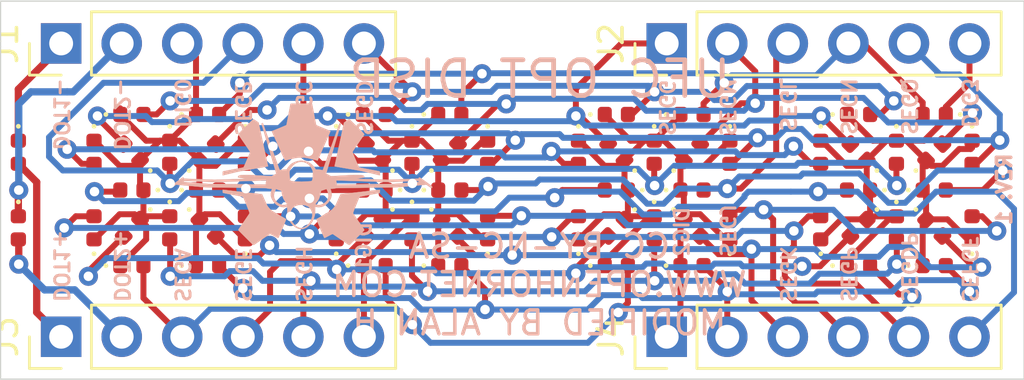
<source format=kicad_pcb>
(kicad_pcb (version 20171130) (host pcbnew "(5.1.9)-1")
  (layers (0 F.Cu signal) (31 B.Cu signal) (34 B.Paste user) (35 F.Paste user) (36 B.SilkS user) (37 F.SilkS user) (38 B.Mask user) (39 F.Mask user) (44 Edge.Cuts user))
  (net 0 "")
  (net 1 /DIG0)
  (net 2 /DIG1)
  (net 3 /DIG2)
  (net 4 /DIG3)
  (net 5 /SEGG)
  (net 6 /DOT1+)
  (net 7 /DOT1-)
  (net 8 /DOT2-)
  (net 9 /DOT2+)
  (net 10 /SEGDP)
  (net 11 /SEGA)
  (net 12 /SEGB)
  (net 13 /SEGC)
  (net 14 /SEGD)
  (net 15 /SEGE)
  (net 16 /SEGF)
  (net 17 /SEGH)
  (net 18 /SEGN)
  (net 19 /SEGM)
  (net 20 /SEGL)
  (net 21 /SEGK)
  (net 22 /SEGJ)
  (net 23 /SEGQ)
  (net 24 /SEGP)
  (module Connector_PinHeader_2.54mm:PinHeader_1x06_P2.54mm_Vertical (layer F.Cu) (at 175.5775 94.234 90)
    (fp_text reference J4 (at 0 -2.33 90) (layer F.SilkS))
    (fp_text value Conn_01x06_Male)
    (pad 6 thru_hole oval (at 0 12.7 90) (size 1.7 1.7) (drill 1) (layers *.Cu *.Mask) (net 16 /SEGF))
    (pad 5 thru_hole oval (at 0 10.16 90) (size 1.7 1.7) (drill 1) (layers *.Cu *.Mask) (net 10 /SEGDP))
    (pad 4 thru_hole oval (at 0 7.62 90) (size 1.7 1.7) (drill 1) (layers *.Cu *.Mask) (net 24 /SEGP))
    (pad 3 thru_hole oval (at 0 5.08 90) (size 1.7 1.7) (drill 1) (layers *.Cu *.Mask) (net 21 /SEGK))
    (pad 2 thru_hole oval (at 0 2.54 90) (size 1.7 1.7) (drill 1) (layers *.Cu *.Mask) (net 22 /SEGJ))
    (pad 1 thru_hole rect (at 0 0 90) (size 1.7 1.7) (drill 1) (layers *.Cu *.Mask) (net 3 /DIG2))
  )
  (module Connector_PinHeader_2.54mm:PinHeader_1x06_P2.54mm_Vertical (layer F.Cu) (at 150.1775 94.234 90)
    (fp_text reference J3 (at 0 -2.33 90) (layer F.SilkS))
    (fp_text value Conn_01x06_Male)
    (pad 6 thru_hole oval (at 0 12.7 90) (size 1.7 1.7) (drill 1) (layers *.Cu *.Mask) (net 2 /DIG1))
    (pad 5 thru_hole oval (at 0 10.16 90) (size 1.7 1.7) (drill 1) (layers *.Cu *.Mask) (net 17 /SEGH))
    (pad 4 thru_hole oval (at 0 7.62 90) (size 1.7 1.7) (drill 1) (layers *.Cu *.Mask) (net 15 /SEGE))
    (pad 3 thru_hole oval (at 0 5.08 90) (size 1.7 1.7) (drill 1) (layers *.Cu *.Mask) (net 11 /SEGA))
    (pad 2 thru_hole oval (at 0 2.54 90) (size 1.7 1.7) (drill 1) (layers *.Cu *.Mask) (net 9 /DOT2+))
    (pad 1 thru_hole rect (at 0 0 90) (size 1.7 1.7) (drill 1) (layers *.Cu *.Mask) (net 6 /DOT1+))
  )
  (module Connector_PinHeader_2.54mm:PinHeader_1x06_P2.54mm_Vertical (layer F.Cu) (at 175.5775 81.915 90)
    (fp_text reference J2 (at 0 -2.33 90) (layer F.SilkS))
    (fp_text value Conn_01x06_Male)
    (pad 6 thru_hole oval (at 0 12.7 90) (size 1.7 1.7) (drill 1) (layers *.Cu *.Mask) (net 4 /DIG3))
    (pad 5 thru_hole oval (at 0 10.16 90) (size 1.7 1.7) (drill 1) (layers *.Cu *.Mask) (net 23 /SEGQ))
    (pad 4 thru_hole oval (at 0 7.62 90) (size 1.7 1.7) (drill 1) (layers *.Cu *.Mask) (net 18 /SEGN))
    (pad 3 thru_hole oval (at 0 5.08 90) (size 1.7 1.7) (drill 1) (layers *.Cu *.Mask) (net 20 /SEGL))
    (pad 2 thru_hole oval (at 0 2.54 90) (size 1.7 1.7) (drill 1) (layers *.Cu *.Mask) (net 19 /SEGM))
    (pad 1 thru_hole rect (at 0 0 90) (size 1.7 1.7) (drill 1) (layers *.Cu *.Mask) (net 5 /SEGG))
  )
  (module Connector_PinHeader_2.54mm:PinHeader_1x06_P2.54mm_Vertical (layer F.Cu) (at 150.1775 81.915 90)
    (fp_text reference J1 (at 0 -2.33 90) (layer F.SilkS))
    (fp_text value Conn_01x06_Male)
    (pad 6 thru_hole oval (at 0 12.7 90) (size 1.7 1.7) (drill 1) (layers *.Cu *.Mask) (net 14 /SEGD))
    (pad 5 thru_hole oval (at 0 10.16 90) (size 1.7 1.7) (drill 1) (layers *.Cu *.Mask) (net 13 /SEGC))
    (pad 4 thru_hole oval (at 0 7.62 90) (size 1.7 1.7) (drill 1) (layers *.Cu *.Mask) (net 12 /SEGB))
    (pad 3 thru_hole oval (at 0 5.08 90) (size 1.7 1.7) (drill 1) (layers *.Cu *.Mask) (net 1 /DIG0))
    (pad 2 thru_hole oval (at 0 2.54 90) (size 1.7 1.7) (drill 1) (layers *.Cu *.Mask) (net 8 /DOT2-))
    (pad 1 thru_hole rect (at 0 0 90) (size 1.7 1.7) (drill 1) (layers *.Cu *.Mask) (net 7 /DOT1-))
  )
  (module LED_SMD:LED_0402_1005Metric (layer F.Cu) (at 151.556 86.484 270)
    (fp_text reference D1 hide)
    (fp_text value LED)
    (pad 2 smd roundrect (at 0.485 0 270) (size 0.59 0.64) (layers F.Cu F.Paste F.Mask) (net 13 /SEGC))
    (pad 1 smd roundrect (at -0.485 0 270) (size 0.59 0.64) (layers F.Cu F.Paste F.Mask) (net 1 /DIG0))
  )
  (module LED_SMD:LED_0402_1005Metric (layer F.Cu) (at 151.556 89.659 90)
    (fp_text reference D2 hide)
    (fp_text value LED)
    (pad 2 smd roundrect (at 0.485 0 90) (size 0.59 0.64) (layers F.Cu F.Paste F.Mask) (net 10 /SEGDP))
    (pad 1 smd roundrect (at -0.485 0 90) (size 0.59 0.64) (layers F.Cu F.Paste F.Mask) (net 1 /DIG0))
  )
  (module LED_SMD:LED_0402_1005Metric (layer F.Cu) (at 153.144 84.8965)
    (fp_text reference D3 hide)
    (fp_text value LED)
    (pad 2 smd roundrect (at 0.485 0) (size 0.59 0.64) (layers F.Cu F.Paste F.Mask) (net 14 /SEGD))
    (pad 1 smd roundrect (at -0.485 0) (size 0.59 0.64) (layers F.Cu F.Paste F.Mask) (net 1 /DIG0))
  )
  (module LED_SMD:LED_0402_1005Metric (layer F.Cu) (at 153.144 86.484 135)
    (fp_text reference D4 hide)
    (fp_text value LED)
    (pad 2 smd roundrect (at 0.485 0 135) (size 0.59 0.64) (layers F.Cu F.Paste F.Mask) (net 5 /SEGG))
    (pad 1 smd roundrect (at -0.485 0 135) (size 0.59 0.64) (layers F.Cu F.Paste F.Mask) (net 1 /DIG0))
  )
  (module LED_SMD:LED_0402_1005Metric (layer F.Cu) (at 153.144 88.0715 180)
    (fp_text reference D5 hide)
    (fp_text value LED)
    (pad 2 smd roundrect (at 0.485 0 180) (size 0.59 0.64) (layers F.Cu F.Paste F.Mask) (net 16 /SEGF))
    (pad 1 smd roundrect (at -0.485 0 180) (size 0.59 0.64) (layers F.Cu F.Paste F.Mask) (net 1 /DIG0))
  )
  (module LED_SMD:LED_0402_1005Metric (layer F.Cu) (at 153.144 89.659 225)
    (fp_text reference D6 hide)
    (fp_text value LED)
    (pad 2 smd roundrect (at 0.485 0 225) (size 0.59 0.64) (layers F.Cu F.Paste F.Mask) (net 15 /SEGE))
    (pad 1 smd roundrect (at -0.485 0 225) (size 0.59 0.64) (layers F.Cu F.Paste F.Mask) (net 1 /DIG0))
  )
  (module LED_SMD:LED_0402_1005Metric (layer F.Cu) (at 153.144 91.2465)
    (fp_text reference D7 hide)
    (fp_text value LED)
    (pad 2 smd roundrect (at 0.485 0) (size 0.59 0.64) (layers F.Cu F.Paste F.Mask) (net 11 /SEGA))
    (pad 1 smd roundrect (at -0.485 0) (size 0.59 0.64) (layers F.Cu F.Paste F.Mask) (net 1 /DIG0))
  )
  (module LED_SMD:LED_0402_1005Metric (layer F.Cu) (at 154.732 86.484 270)
    (fp_text reference D8 hide)
    (fp_text value LED)
    (pad 2 smd roundrect (at 0.485 0 270) (size 0.59 0.64) (layers F.Cu F.Paste F.Mask) (net 12 /SEGB))
    (pad 1 smd roundrect (at -0.485 0 270) (size 0.59 0.64) (layers F.Cu F.Paste F.Mask) (net 1 /DIG0))
  )
  (module LED_SMD:LED_0402_1005Metric (layer F.Cu) (at 154.732 89.659 270)
    (fp_text reference D9 hide)
    (fp_text value LED)
    (pad 2 smd roundrect (at 0.485 0 270) (size 0.59 0.64) (layers F.Cu F.Paste F.Mask) (net 17 /SEGH))
    (pad 1 smd roundrect (at -0.485 0 270) (size 0.59 0.64) (layers F.Cu F.Paste F.Mask) (net 1 /DIG0))
  )
  (module LED_SMD:LED_0402_1005Metric (layer F.Cu) (at 156.319 84.8965)
    (fp_text reference D10 hide)
    (fp_text value LED)
    (pad 2 smd roundrect (at 0.485 0) (size 0.59 0.64) (layers F.Cu F.Paste F.Mask) (net 18 /SEGN))
    (pad 1 smd roundrect (at -0.485 0) (size 0.59 0.64) (layers F.Cu F.Paste F.Mask) (net 1 /DIG0))
  )
  (module LED_SMD:LED_0402_1005Metric (layer F.Cu) (at 156.319 86.484 45)
    (fp_text reference D11 hide)
    (fp_text value LED)
    (pad 2 smd roundrect (at 0.485 0 45) (size 0.59 0.64) (layers F.Cu F.Paste F.Mask) (net 19 /SEGM))
    (pad 1 smd roundrect (at -0.485 0 45) (size 0.59 0.64) (layers F.Cu F.Paste F.Mask) (net 1 /DIG0))
  )
  (module LED_SMD:LED_0402_1005Metric (layer F.Cu) (at 156.319 88.0715)
    (fp_text reference D12 hide)
    (fp_text value LED)
    (pad 2 smd roundrect (at 0.485 0) (size 0.59 0.64) (layers F.Cu F.Paste F.Mask) (net 20 /SEGL))
    (pad 1 smd roundrect (at -0.485 0) (size 0.59 0.64) (layers F.Cu F.Paste F.Mask) (net 1 /DIG0))
  )
  (module LED_SMD:LED_0402_1005Metric (layer F.Cu) (at 156.319 89.659 315)
    (fp_text reference D13 hide)
    (fp_text value LED)
    (pad 2 smd roundrect (at 0.485 0 315) (size 0.59 0.64) (layers F.Cu F.Paste F.Mask) (net 21 /SEGK))
    (pad 1 smd roundrect (at -0.485 0 315) (size 0.59 0.64) (layers F.Cu F.Paste F.Mask) (net 1 /DIG0))
  )
  (module LED_SMD:LED_0402_1005Metric (layer F.Cu) (at 156.319 91.2465)
    (fp_text reference D14 hide)
    (fp_text value LED)
    (pad 2 smd roundrect (at 0.485 0) (size 0.59 0.64) (layers F.Cu F.Paste F.Mask) (net 22 /SEGJ))
    (pad 1 smd roundrect (at -0.485 0) (size 0.59 0.64) (layers F.Cu F.Paste F.Mask) (net 1 /DIG0))
  )
  (module LED_SMD:LED_0402_1005Metric (layer F.Cu) (at 157.906 86.484 270)
    (fp_text reference D15 hide)
    (fp_text value LED)
    (pad 2 smd roundrect (at 0.485 0 270) (size 0.59 0.64) (layers F.Cu F.Paste F.Mask) (net 23 /SEGQ))
    (pad 1 smd roundrect (at -0.485 0 270) (size 0.59 0.64) (layers F.Cu F.Paste F.Mask) (net 1 /DIG0))
  )
  (module LED_SMD:LED_0402_1005Metric (layer F.Cu) (at 157.906 89.659 90)
    (fp_text reference D16 hide)
    (fp_text value LED)
    (pad 2 smd roundrect (at 0.485 0 90) (size 0.59 0.64) (layers F.Cu F.Paste F.Mask) (net 24 /SEGP))
    (pad 1 smd roundrect (at -0.485 0 90) (size 0.59 0.64) (layers F.Cu F.Paste F.Mask) (net 1 /DIG0))
  )
  (module LED_SMD:LED_0402_1005Metric (layer F.Cu) (at 161.716 86.484 270)
    (fp_text reference D17 hide)
    (fp_text value LED)
    (pad 2 smd roundrect (at 0.485 0 270) (size 0.59 0.64) (layers F.Cu F.Paste F.Mask) (net 13 /SEGC))
    (pad 1 smd roundrect (at -0.485 0 270) (size 0.59 0.64) (layers F.Cu F.Paste F.Mask) (net 2 /DIG1))
  )
  (module LED_SMD:LED_0402_1005Metric (layer F.Cu) (at 161.716 89.659 90)
    (fp_text reference D18 hide)
    (fp_text value LED)
    (pad 2 smd roundrect (at 0.485 0 90) (size 0.59 0.64) (layers F.Cu F.Paste F.Mask) (net 10 /SEGDP))
    (pad 1 smd roundrect (at -0.485 0 90) (size 0.59 0.64) (layers F.Cu F.Paste F.Mask) (net 2 /DIG1))
  )
  (module LED_SMD:LED_0402_1005Metric (layer F.Cu) (at 163.304 84.8965)
    (fp_text reference D19 hide)
    (fp_text value LED)
    (pad 2 smd roundrect (at 0.485 0) (size 0.59 0.64) (layers F.Cu F.Paste F.Mask) (net 14 /SEGD))
    (pad 1 smd roundrect (at -0.485 0) (size 0.59 0.64) (layers F.Cu F.Paste F.Mask) (net 2 /DIG1))
  )
  (module LED_SMD:LED_0402_1005Metric (layer F.Cu) (at 163.304 86.484 135)
    (fp_text reference D20 hide)
    (fp_text value LED)
    (pad 2 smd roundrect (at 0.485 0 135) (size 0.59 0.64) (layers F.Cu F.Paste F.Mask) (net 5 /SEGG))
    (pad 1 smd roundrect (at -0.485 0 135) (size 0.59 0.64) (layers F.Cu F.Paste F.Mask) (net 2 /DIG1))
  )
  (module LED_SMD:LED_0402_1005Metric (layer F.Cu) (at 163.304 88.0715 180)
    (fp_text reference D21 hide)
    (fp_text value LED)
    (pad 2 smd roundrect (at 0.485 0 180) (size 0.59 0.64) (layers F.Cu F.Paste F.Mask) (net 16 /SEGF))
    (pad 1 smd roundrect (at -0.485 0 180) (size 0.59 0.64) (layers F.Cu F.Paste F.Mask) (net 2 /DIG1))
  )
  (module LED_SMD:LED_0402_1005Metric (layer F.Cu) (at 163.304 89.659 225)
    (fp_text reference D22 hide)
    (fp_text value LED)
    (pad 2 smd roundrect (at 0.485 0 225) (size 0.59 0.64) (layers F.Cu F.Paste F.Mask) (net 15 /SEGE))
    (pad 1 smd roundrect (at -0.485 0 225) (size 0.59 0.64) (layers F.Cu F.Paste F.Mask) (net 2 /DIG1))
  )
  (module LED_SMD:LED_0402_1005Metric (layer F.Cu) (at 163.304 91.2465)
    (fp_text reference D23 hide)
    (fp_text value LED)
    (pad 2 smd roundrect (at 0.485 0) (size 0.59 0.64) (layers F.Cu F.Paste F.Mask) (net 11 /SEGA))
    (pad 1 smd roundrect (at -0.485 0) (size 0.59 0.64) (layers F.Cu F.Paste F.Mask) (net 2 /DIG1))
  )
  (module LED_SMD:LED_0402_1005Metric (layer F.Cu) (at 164.892 86.484 270)
    (fp_text reference D24 hide)
    (fp_text value LED)
    (pad 2 smd roundrect (at 0.485 0 270) (size 0.59 0.64) (layers F.Cu F.Paste F.Mask) (net 12 /SEGB))
    (pad 1 smd roundrect (at -0.485 0 270) (size 0.59 0.64) (layers F.Cu F.Paste F.Mask) (net 2 /DIG1))
  )
  (module LED_SMD:LED_0402_1005Metric (layer F.Cu) (at 164.892 89.659 270)
    (fp_text reference D25 hide)
    (fp_text value LED)
    (pad 2 smd roundrect (at 0.485 0 270) (size 0.59 0.64) (layers F.Cu F.Paste F.Mask) (net 17 /SEGH))
    (pad 1 smd roundrect (at -0.485 0 270) (size 0.59 0.64) (layers F.Cu F.Paste F.Mask) (net 2 /DIG1))
  )
  (module LED_SMD:LED_0402_1005Metric (layer F.Cu) (at 166.479 84.8965)
    (fp_text reference D26 hide)
    (fp_text value LED)
    (pad 2 smd roundrect (at 0.485 0) (size 0.59 0.64) (layers F.Cu F.Paste F.Mask) (net 18 /SEGN))
    (pad 1 smd roundrect (at -0.485 0) (size 0.59 0.64) (layers F.Cu F.Paste F.Mask) (net 2 /DIG1))
  )
  (module LED_SMD:LED_0402_1005Metric (layer F.Cu) (at 166.479 86.484 45)
    (fp_text reference D27 hide)
    (fp_text value LED)
    (pad 2 smd roundrect (at 0.485 0 45) (size 0.59 0.64) (layers F.Cu F.Paste F.Mask) (net 19 /SEGM))
    (pad 1 smd roundrect (at -0.485 0 45) (size 0.59 0.64) (layers F.Cu F.Paste F.Mask) (net 2 /DIG1))
  )
  (module LED_SMD:LED_0402_1005Metric (layer F.Cu) (at 166.479 88.0715)
    (fp_text reference D28 hide)
    (fp_text value LED)
    (pad 2 smd roundrect (at 0.485 0) (size 0.59 0.64) (layers F.Cu F.Paste F.Mask) (net 20 /SEGL))
    (pad 1 smd roundrect (at -0.485 0) (size 0.59 0.64) (layers F.Cu F.Paste F.Mask) (net 2 /DIG1))
  )
  (module LED_SMD:LED_0402_1005Metric (layer F.Cu) (at 166.479 89.659 315)
    (fp_text reference D29 hide)
    (fp_text value LED)
    (pad 2 smd roundrect (at 0.485 0 315) (size 0.59 0.64) (layers F.Cu F.Paste F.Mask) (net 21 /SEGK))
    (pad 1 smd roundrect (at -0.485 0 315) (size 0.59 0.64) (layers F.Cu F.Paste F.Mask) (net 2 /DIG1))
  )
  (module LED_SMD:LED_0402_1005Metric (layer F.Cu) (at 166.479 91.2465)
    (fp_text reference D30 hide)
    (fp_text value LED)
    (pad 2 smd roundrect (at 0.485 0) (size 0.59 0.64) (layers F.Cu F.Paste F.Mask) (net 22 /SEGJ))
    (pad 1 smd roundrect (at -0.485 0) (size 0.59 0.64) (layers F.Cu F.Paste F.Mask) (net 2 /DIG1))
  )
  (module LED_SMD:LED_0402_1005Metric (layer F.Cu) (at 168.066 86.484 270)
    (fp_text reference D31 hide)
    (fp_text value LED)
    (pad 2 smd roundrect (at 0.485 0 270) (size 0.59 0.64) (layers F.Cu F.Paste F.Mask) (net 23 /SEGQ))
    (pad 1 smd roundrect (at -0.485 0 270) (size 0.59 0.64) (layers F.Cu F.Paste F.Mask) (net 2 /DIG1))
  )
  (module LED_SMD:LED_0402_1005Metric (layer F.Cu) (at 168.066 89.659 90)
    (fp_text reference D32 hide)
    (fp_text value LED)
    (pad 2 smd roundrect (at 0.485 0 90) (size 0.59 0.64) (layers F.Cu F.Paste F.Mask) (net 24 /SEGP))
    (pad 1 smd roundrect (at -0.485 0 90) (size 0.59 0.64) (layers F.Cu F.Paste F.Mask) (net 2 /DIG1))
  )
  (module LED_SMD:LED_0402_1005Metric (layer F.Cu) (at 171.876 86.484 270)
    (fp_text reference D33 hide)
    (fp_text value LED)
    (pad 2 smd roundrect (at 0.485 0 270) (size 0.59 0.64) (layers F.Cu F.Paste F.Mask) (net 13 /SEGC))
    (pad 1 smd roundrect (at -0.485 0 270) (size 0.59 0.64) (layers F.Cu F.Paste F.Mask) (net 3 /DIG2))
  )
  (module LED_SMD:LED_0402_1005Metric (layer F.Cu) (at 171.876 89.659 90)
    (fp_text reference D34 hide)
    (fp_text value LED)
    (pad 2 smd roundrect (at 0.485 0 90) (size 0.59 0.64) (layers F.Cu F.Paste F.Mask) (net 10 /SEGDP))
    (pad 1 smd roundrect (at -0.485 0 90) (size 0.59 0.64) (layers F.Cu F.Paste F.Mask) (net 3 /DIG2))
  )
  (module LED_SMD:LED_0402_1005Metric (layer F.Cu) (at 173.464 84.8965)
    (fp_text reference D35 hide)
    (fp_text value LED)
    (pad 2 smd roundrect (at 0.485 0) (size 0.59 0.64) (layers F.Cu F.Paste F.Mask) (net 14 /SEGD))
    (pad 1 smd roundrect (at -0.485 0) (size 0.59 0.64) (layers F.Cu F.Paste F.Mask) (net 3 /DIG2))
  )
  (module LED_SMD:LED_0402_1005Metric (layer F.Cu) (at 173.464 86.484 135)
    (fp_text reference D36 hide)
    (fp_text value LED)
    (pad 2 smd roundrect (at 0.485 0 135) (size 0.59 0.64) (layers F.Cu F.Paste F.Mask) (net 5 /SEGG))
    (pad 1 smd roundrect (at -0.485 0 135) (size 0.59 0.64) (layers F.Cu F.Paste F.Mask) (net 3 /DIG2))
  )
  (module LED_SMD:LED_0402_1005Metric (layer F.Cu) (at 173.464 88.0715 180)
    (fp_text reference D37 hide)
    (fp_text value LED)
    (pad 2 smd roundrect (at 0.485 0 180) (size 0.59 0.64) (layers F.Cu F.Paste F.Mask) (net 16 /SEGF))
    (pad 1 smd roundrect (at -0.485 0 180) (size 0.59 0.64) (layers F.Cu F.Paste F.Mask) (net 3 /DIG2))
  )
  (module LED_SMD:LED_0402_1005Metric (layer F.Cu) (at 173.464 89.659 225)
    (fp_text reference D38 hide)
    (fp_text value LED)
    (pad 2 smd roundrect (at 0.485 0 225) (size 0.59 0.64) (layers F.Cu F.Paste F.Mask) (net 15 /SEGE))
    (pad 1 smd roundrect (at -0.485 0 225) (size 0.59 0.64) (layers F.Cu F.Paste F.Mask) (net 3 /DIG2))
  )
  (module LED_SMD:LED_0402_1005Metric (layer F.Cu) (at 173.464 91.2465)
    (fp_text reference D39 hide)
    (fp_text value LED)
    (pad 2 smd roundrect (at 0.485 0) (size 0.59 0.64) (layers F.Cu F.Paste F.Mask) (net 11 /SEGA))
    (pad 1 smd roundrect (at -0.485 0) (size 0.59 0.64) (layers F.Cu F.Paste F.Mask) (net 3 /DIG2))
  )
  (module LED_SMD:LED_0402_1005Metric (layer F.Cu) (at 175.052 86.484 270)
    (fp_text reference D40 hide)
    (fp_text value LED)
    (pad 2 smd roundrect (at 0.485 0 270) (size 0.59 0.64) (layers F.Cu F.Paste F.Mask) (net 12 /SEGB))
    (pad 1 smd roundrect (at -0.485 0 270) (size 0.59 0.64) (layers F.Cu F.Paste F.Mask) (net 3 /DIG2))
  )
  (module LED_SMD:LED_0402_1005Metric (layer F.Cu) (at 175.052 89.659 270)
    (fp_text reference D41 hide)
    (fp_text value LED)
    (pad 2 smd roundrect (at 0.485 0 270) (size 0.59 0.64) (layers F.Cu F.Paste F.Mask) (net 17 /SEGH))
    (pad 1 smd roundrect (at -0.485 0 270) (size 0.59 0.64) (layers F.Cu F.Paste F.Mask) (net 3 /DIG2))
  )
  (module LED_SMD:LED_0402_1005Metric (layer F.Cu) (at 176.639 84.8965)
    (fp_text reference D42 hide)
    (fp_text value LED)
    (pad 2 smd roundrect (at 0.485 0) (size 0.59 0.64) (layers F.Cu F.Paste F.Mask) (net 18 /SEGN))
    (pad 1 smd roundrect (at -0.485 0) (size 0.59 0.64) (layers F.Cu F.Paste F.Mask) (net 3 /DIG2))
  )
  (module LED_SMD:LED_0402_1005Metric (layer F.Cu) (at 176.639 86.484 45)
    (fp_text reference D43 hide)
    (fp_text value LED)
    (pad 2 smd roundrect (at 0.485 0 45) (size 0.59 0.64) (layers F.Cu F.Paste F.Mask) (net 19 /SEGM))
    (pad 1 smd roundrect (at -0.485 0 45) (size 0.59 0.64) (layers F.Cu F.Paste F.Mask) (net 3 /DIG2))
  )
  (module LED_SMD:LED_0402_1005Metric (layer F.Cu) (at 176.639 88.0715)
    (fp_text reference D44 hide)
    (fp_text value LED)
    (pad 2 smd roundrect (at 0.485 0) (size 0.59 0.64) (layers F.Cu F.Paste F.Mask) (net 20 /SEGL))
    (pad 1 smd roundrect (at -0.485 0) (size 0.59 0.64) (layers F.Cu F.Paste F.Mask) (net 3 /DIG2))
  )
  (module LED_SMD:LED_0402_1005Metric (layer F.Cu) (at 176.639 89.659 315)
    (fp_text reference D45 hide)
    (fp_text value LED)
    (pad 2 smd roundrect (at 0.485 0 315) (size 0.59 0.64) (layers F.Cu F.Paste F.Mask) (net 21 /SEGK))
    (pad 1 smd roundrect (at -0.485 0 315) (size 0.59 0.64) (layers F.Cu F.Paste F.Mask) (net 3 /DIG2))
  )
  (module LED_SMD:LED_0402_1005Metric (layer F.Cu) (at 176.639 91.2465)
    (fp_text reference D46 hide)
    (fp_text value LED)
    (pad 2 smd roundrect (at 0.485 0) (size 0.59 0.64) (layers F.Cu F.Paste F.Mask) (net 22 /SEGJ))
    (pad 1 smd roundrect (at -0.485 0) (size 0.59 0.64) (layers F.Cu F.Paste F.Mask) (net 3 /DIG2))
  )
  (module LED_SMD:LED_0402_1005Metric (layer F.Cu) (at 178.226 86.484 270)
    (fp_text reference D47 hide)
    (fp_text value LED)
    (pad 2 smd roundrect (at 0.485 0 270) (size 0.59 0.64) (layers F.Cu F.Paste F.Mask) (net 23 /SEGQ))
    (pad 1 smd roundrect (at -0.485 0 270) (size 0.59 0.64) (layers F.Cu F.Paste F.Mask) (net 3 /DIG2))
  )
  (module LED_SMD:LED_0402_1005Metric (layer F.Cu) (at 178.226 89.659 90)
    (fp_text reference D48 hide)
    (fp_text value LED)
    (pad 2 smd roundrect (at 0.485 0 90) (size 0.59 0.64) (layers F.Cu F.Paste F.Mask) (net 24 /SEGP))
    (pad 1 smd roundrect (at -0.485 0 90) (size 0.59 0.64) (layers F.Cu F.Paste F.Mask) (net 3 /DIG2))
  )
  (module LED_SMD:LED_0402_1005Metric (layer F.Cu) (at 182.036 86.484 270)
    (fp_text reference D49 hide)
    (fp_text value LED)
    (pad 2 smd roundrect (at 0.485 0 270) (size 0.59 0.64) (layers F.Cu F.Paste F.Mask) (net 13 /SEGC))
    (pad 1 smd roundrect (at -0.485 0 270) (size 0.59 0.64) (layers F.Cu F.Paste F.Mask) (net 4 /DIG3))
  )
  (module LED_SMD:LED_0402_1005Metric (layer F.Cu) (at 182.036 89.659 90)
    (fp_text reference D50 hide)
    (fp_text value LED)
    (pad 2 smd roundrect (at 0.485 0 90) (size 0.59 0.64) (layers F.Cu F.Paste F.Mask) (net 10 /SEGDP))
    (pad 1 smd roundrect (at -0.485 0 90) (size 0.59 0.64) (layers F.Cu F.Paste F.Mask) (net 4 /DIG3))
  )
  (module LED_SMD:LED_0402_1005Metric (layer F.Cu) (at 183.624 84.8965)
    (fp_text reference D51 hide)
    (fp_text value LED)
    (pad 2 smd roundrect (at 0.485 0) (size 0.59 0.64) (layers F.Cu F.Paste F.Mask) (net 14 /SEGD))
    (pad 1 smd roundrect (at -0.485 0) (size 0.59 0.64) (layers F.Cu F.Paste F.Mask) (net 4 /DIG3))
  )
  (module LED_SMD:LED_0402_1005Metric (layer F.Cu) (at 183.624 86.484 135)
    (fp_text reference D52 hide)
    (fp_text value LED)
    (pad 2 smd roundrect (at 0.485 0 135) (size 0.59 0.64) (layers F.Cu F.Paste F.Mask) (net 5 /SEGG))
    (pad 1 smd roundrect (at -0.485 0 135) (size 0.59 0.64) (layers F.Cu F.Paste F.Mask) (net 4 /DIG3))
  )
  (module LED_SMD:LED_0402_1005Metric (layer F.Cu) (at 183.624 88.0715 180)
    (fp_text reference D53 hide)
    (fp_text value LED)
    (pad 2 smd roundrect (at 0.485 0 180) (size 0.59 0.64) (layers F.Cu F.Paste F.Mask) (net 16 /SEGF))
    (pad 1 smd roundrect (at -0.485 0 180) (size 0.59 0.64) (layers F.Cu F.Paste F.Mask) (net 4 /DIG3))
  )
  (module LED_SMD:LED_0402_1005Metric (layer F.Cu) (at 183.624 89.659 225)
    (fp_text reference D54 hide)
    (fp_text value LED)
    (pad 2 smd roundrect (at 0.485 0 225) (size 0.59 0.64) (layers F.Cu F.Paste F.Mask) (net 15 /SEGE))
    (pad 1 smd roundrect (at -0.485 0 225) (size 0.59 0.64) (layers F.Cu F.Paste F.Mask) (net 4 /DIG3))
  )
  (module LED_SMD:LED_0402_1005Metric (layer F.Cu) (at 183.624 91.2465)
    (fp_text reference D55 hide)
    (fp_text value LED)
    (pad 2 smd roundrect (at 0.485 0) (size 0.59 0.64) (layers F.Cu F.Paste F.Mask) (net 11 /SEGA))
    (pad 1 smd roundrect (at -0.485 0) (size 0.59 0.64) (layers F.Cu F.Paste F.Mask) (net 4 /DIG3))
  )
  (module LED_SMD:LED_0402_1005Metric (layer F.Cu) (at 185.212 86.484 270)
    (fp_text reference D56 hide)
    (fp_text value LED)
    (pad 2 smd roundrect (at 0.485 0 270) (size 0.59 0.64) (layers F.Cu F.Paste F.Mask) (net 12 /SEGB))
    (pad 1 smd roundrect (at -0.485 0 270) (size 0.59 0.64) (layers F.Cu F.Paste F.Mask) (net 4 /DIG3))
  )
  (module LED_SMD:LED_0402_1005Metric (layer F.Cu) (at 185.212 89.662 270)
    (fp_text reference D57 hide)
    (fp_text value LED)
    (pad 2 smd roundrect (at 0.485 0 270) (size 0.59 0.64) (layers F.Cu F.Paste F.Mask) (net 17 /SEGH))
    (pad 1 smd roundrect (at -0.485 0 270) (size 0.59 0.64) (layers F.Cu F.Paste F.Mask) (net 4 /DIG3))
  )
  (module LED_SMD:LED_0402_1005Metric (layer F.Cu) (at 186.799 84.8965 180)
    (fp_text reference D58 hide)
    (fp_text value LED)
    (pad 2 smd roundrect (at 0.485 0 180) (size 0.59 0.64) (layers F.Cu F.Paste F.Mask) (net 18 /SEGN))
    (pad 1 smd roundrect (at -0.485 0 180) (size 0.59 0.64) (layers F.Cu F.Paste F.Mask) (net 4 /DIG3))
  )
  (module LED_SMD:LED_0402_1005Metric (layer F.Cu) (at 186.799 86.484 45)
    (fp_text reference D59 hide)
    (fp_text value LED)
    (pad 2 smd roundrect (at 0.485 0 45) (size 0.59 0.64) (layers F.Cu F.Paste F.Mask) (net 19 /SEGM))
    (pad 1 smd roundrect (at -0.485 0 45) (size 0.59 0.64) (layers F.Cu F.Paste F.Mask) (net 4 /DIG3))
  )
  (module LED_SMD:LED_0402_1005Metric (layer F.Cu) (at 186.799 88.0715)
    (fp_text reference D60 hide)
    (fp_text value LED)
    (pad 2 smd roundrect (at 0.485 0) (size 0.59 0.64) (layers F.Cu F.Paste F.Mask) (net 20 /SEGL))
    (pad 1 smd roundrect (at -0.485 0) (size 0.59 0.64) (layers F.Cu F.Paste F.Mask) (net 4 /DIG3))
  )
  (module LED_SMD:LED_0402_1005Metric (layer F.Cu) (at 186.799 89.659 315)
    (fp_text reference D61 hide)
    (fp_text value LED)
    (pad 2 smd roundrect (at 0.485 0 315) (size 0.59 0.64) (layers F.Cu F.Paste F.Mask) (net 21 /SEGK))
    (pad 1 smd roundrect (at -0.485 0 315) (size 0.59 0.64) (layers F.Cu F.Paste F.Mask) (net 4 /DIG3))
  )
  (module LED_SMD:LED_0402_1005Metric (layer F.Cu) (at 186.799 91.2465)
    (fp_text reference D62 hide)
    (fp_text value LED)
    (pad 2 smd roundrect (at 0.485 0) (size 0.59 0.64) (layers F.Cu F.Paste F.Mask) (net 22 /SEGJ))
    (pad 1 smd roundrect (at -0.485 0) (size 0.59 0.64) (layers F.Cu F.Paste F.Mask) (net 4 /DIG3))
  )
  (module LED_SMD:LED_0402_1005Metric (layer F.Cu) (at 188.386 86.484 270)
    (fp_text reference D63 hide)
    (fp_text value LED)
    (pad 2 smd roundrect (at 0.485 0 270) (size 0.59 0.64) (layers F.Cu F.Paste F.Mask) (net 23 /SEGQ))
    (pad 1 smd roundrect (at -0.485 0 270) (size 0.59 0.64) (layers F.Cu F.Paste F.Mask) (net 4 /DIG3))
  )
  (module LED_SMD:LED_0402_1005Metric (layer F.Cu) (at 188.386 89.659 90)
    (fp_text reference D64 hide)
    (fp_text value LED)
    (pad 2 smd roundrect (at 0.485 0 90) (size 0.59 0.64) (layers F.Cu F.Paste F.Mask) (net 24 /SEGP))
    (pad 1 smd roundrect (at -0.485 0 90) (size 0.59 0.64) (layers F.Cu F.Paste F.Mask) (net 4 /DIG3))
  )
  (module LED_SMD:LED_0402_1005Metric (layer F.Cu) (at 148.382 86.484 270)
    (fp_text reference D65 hide)
    (fp_text value LED)
    (pad 2 smd roundrect (at 0.485 0 270) (size 0.59 0.64) (layers F.Cu F.Paste F.Mask) (net 6 /DOT1+))
    (pad 1 smd roundrect (at -0.485 0 270) (size 0.59 0.64) (layers F.Cu F.Paste F.Mask) (net 7 /DOT1-))
  )
  (module LED_SMD:LED_0402_1005Metric (layer F.Cu) (at 148.382 89.659 270)
    (fp_text reference D66 hide)
    (fp_text value LED)
    (pad 2 smd roundrect (at 0.485 0 270) (size 0.59 0.64) (layers F.Cu F.Paste F.Mask) (net 9 /DOT2+))
    (pad 1 smd roundrect (at -0.485 0 270) (size 0.59 0.64) (layers F.Cu F.Paste F.Mask) (net 8 /DOT2-))
  )
  (module KiCAD_Libraries:OH_LOGO_ONLY_11x6mm (layer B.Cu) (at 160.2375 87.542 180)
    (fp_text reference G*** hide)
    (fp_text value OH_LOGO_ONLY_11x6mm hide)
  )
  (gr_text SEGP (at 183.1975 92.837 -90) (layer B.SilkS) (effects (font (size 0.6 0.6) (thickness 0.12)) (justify left mirror)))
  (gr_text SEGK (at 180.6575 92.837 -90) (layer B.SilkS) (effects (font (size 0.6 0.6) (thickness 0.12)) (justify left mirror)))
  (gr_text SEGJ (at 178.1175 90.932 -90) (layer B.SilkS) (effects (font (size 0.6 0.6) (thickness 0.12)) (justify left mirror)))
  (gr_text SEGH (at 160.3375 92.837 -90) (layer B.SilkS) (effects (font (size 0.6 0.6) (thickness 0.12)) (justify left mirror)))
  (gr_line (start 147.6375 96.012) (end 147.6375 95.885) (layer Edge.Cuts) (width 0.05))
  (gr_line (start 190.5635 96.012) (end 190.5635 95.885) (layer Edge.Cuts) (width 0.05))
  (gr_line (start 147.6375 95.885) (end 147.6375 94.042) (layer Edge.Cuts) (width 0.05))
  (gr_line (start 147.6375 80.137) (end 147.6375 82.042) (layer Edge.Cuts) (width 0.05))
  (gr_line (start 190.5635 95.885) (end 190.5635 80.137) (layer Edge.Cuts) (width 0.05))
  (gr_text "REV: 1" (at 189.7375 88.042 90) (layer B.SilkS) (effects (font (size 0.6 0.6)) (justify mirror)))
  (gr_text "CC BY-NC-SA\nWWW.OPENHORNET.COM\nMODIFIED BY ALAN H" (at 170.2375 92.042) (layer B.SilkS) (effects (font (size 1 1)) (justify mirror)))
  (gr_text "UFC OPT DISP\n" (at 170.2625 83.417) (layer B.SilkS) (effects (font (size 1.5 1.5) (thickness 0.2)) (justify mirror)))
  (gr_text SEGQ (at 185.7375 83.312 -90) (layer B.SilkS) (effects (font (size 0.6 0.6) (thickness 0.12)) (justify right mirror)))
  (gr_text DIG3 (at 188.2775 83.312 270) (layer B.SilkS) (effects (font (size 0.6 0.6) (thickness 0.12)) (justify right mirror)))
  (gr_text SEGL (at 180.6575 83.312 -90) (layer B.SilkS) (effects (font (size 0.6 0.6) (thickness 0.12)) (justify right mirror)))
  (gr_text SEGN (at 183.1975 83.312 270) (layer B.SilkS) (effects (font (size 0.6 0.6) (thickness 0.12)) (justify right mirror)))
  (gr_text "SEGM\n" (at 178.1175 83.312 -90) (layer B.SilkS) (effects (font (size 0.6 0.6) (thickness 0.12)) (justify right mirror)))
  (gr_text DIG2 (at 176.2125 90.932 90) (layer B.SilkS) (effects (font (size 0.6 0.6) (thickness 0.12)) (justify right mirror)))
  (gr_text DIG1 (at 162.8775 91.567 90) (layer B.SilkS) (effects (font (size 0.6 0.6) (thickness 0.12)) (justify right mirror)))
  (gr_text DIG0 (at 155.2575 83.312 270) (layer B.SilkS) (effects (font (size 0.6 0.6) (thickness 0.12)) (justify right mirror)))
  (gr_text DOT2- (at 152.7175 83.312 270) (layer B.SilkS) (effects (font (size 0.6 0.6) (thickness 0.12)) (justify right mirror)))
  (gr_text DOT1- (at 150.1775 83.312 270) (layer B.SilkS) (effects (font (size 0.6 0.6) (thickness 0.12)) (justify right mirror)))
  (gr_text SEGD (at 162.8775 85.852 270) (layer B.SilkS) (effects (font (size 0.6 0.6) (thickness 0.12)) (justify left mirror)))
  (gr_text SEGG (at 175.5775 85.852 270) (layer B.SilkS) (effects (font (size 0.6 0.6) (thickness 0.12)) (justify left mirror)))
  (gr_text SEFGF (at 188.2775 92.837 270) (layer B.SilkS) (effects (font (size 0.6 0.6) (thickness 0.12)) (justify left mirror)))
  (gr_text SEGE (at 157.7975 92.837 270) (layer B.SilkS) (effects (font (size 0.6 0.6) (thickness 0.12)) (justify left mirror)))
  (gr_text SEGC (at 160.3375 85.852 270) (layer B.SilkS) (effects (font (size 0.6 0.6) (thickness 0.12)) (justify left mirror)))
  (gr_text SEGB (at 157.7975 85.852 270) (layer B.SilkS) (effects (font (size 0.6 0.6) (thickness 0.12)) (justify left mirror)))
  (gr_text SEGA (at 155.2575 92.837 270) (layer B.SilkS) (effects (font (size 0.6 0.6) (thickness 0.12)) (justify left mirror)))
  (gr_text SEGDP (at 185.7375 92.837 270) (layer B.SilkS) (effects (font (size 0.6 0.6) (thickness 0.12)) (justify left mirror)))
  (gr_text DOT2+ (at 152.7175 92.837 270) (layer B.SilkS) (effects (font (size 0.6 0.6) (thickness 0.12)) (justify left mirror)))
  (gr_text DOT1+ (at 150.1775 92.837 270) (layer B.SilkS) (effects (font (size 0.6 0.6) (thickness 0.12)) (justify left mirror)))
  (gr_line (start 147.6375 96.012) (end 190.5635 96.012) (layer Edge.Cuts) (width 0.05))
  (gr_line (start 147.6375 82.042) (end 147.6375 94.042) (layer Edge.Cuts) (width 0.05))
  (gr_line (start 190.5635 80.137) (end 147.6375 80.137) (layer Edge.Cuts) (width 0.05))
  (segment (start 152.659 91.2465) (end 152.6585 91.2465) (width 0.25) (layer F.Cu) (net 1))
  (segment (start 152.801053 85.038553) (end 152.659 84.8965) (width 0.25) (layer F.Cu) (net 1))
  (segment (start 157.887768 85.999) (end 157.906 85.999) (width 0.25) (layer F.Cu) (net 1))
  (segment (start 152.659 84.8965) (end 152.6585 84.8965) (width 0.25) (layer F.Cu) (net 1))
  (segment (start 151.556 85.999) (end 151.5565 85.999) (width 0.25) (layer F.Cu) (net 1))
  (segment (start 154.314894 85.999) (end 154.732 85.999) (width 0.25) (layer F.Cu) (net 1))
  (segment (start 153.486947 86.826947) (end 154.314894 85.999) (width 0.25) (layer F.Cu) (net 1))
  (segment (start 155.148106 85.999) (end 155.976053 86.826947) (width 0.25) (layer F.Cu) (net 1))
  (segment (start 154.732 85.999) (end 155.148106 85.999) (width 0.25) (layer F.Cu) (net 1))
  (segment (start 154.732 85.9985) (end 155.834 84.8965) (width 0.25) (layer F.Cu) (net 1))
  (segment (start 154.732 85.999) (end 154.732 85.9985) (width 0.25) (layer F.Cu) (net 1))
  (segment (start 155.976053 87.929447) (end 155.834 88.0715) (width 0.25) (layer F.Cu) (net 1))
  (segment (start 155.976053 86.826947) (end 155.976053 87.929447) (width 0.25) (layer F.Cu) (net 1))
  (segment (start 153.486947 87.929447) (end 153.629 88.0715) (width 0.25) (layer F.Cu) (net 1))
  (segment (start 153.486947 86.826947) (end 153.486947 87.929447) (width 0.25) (layer F.Cu) (net 1))
  (segment (start 153.629 88.0715) (end 153.629 89.174) (width 0.25) (layer F.Cu) (net 1))
  (segment (start 157.887768 90.144) (end 157.906 90.144) (width 0.25) (layer F.Cu) (net 1))
  (segment (start 156.833547 89.089779) (end 157.887768 90.144) (width 0.25) (layer F.Cu) (net 1))
  (segment (start 156.202327 89.089779) (end 156.833547 89.089779) (width 0.25) (layer F.Cu) (net 1))
  (segment (start 155.976053 89.316053) (end 156.202327 89.089779) (width 0.25) (layer F.Cu) (net 1))
  (segment (start 155.976053 88.213553) (end 155.834 88.0715) (width 0.25) (layer F.Cu) (net 1))
  (segment (start 155.976053 89.316053) (end 155.976053 88.213553) (width 0.25) (layer F.Cu) (net 1))
  (segment (start 157.716182 85.999) (end 157.906 85.999) (width 0.25) (layer F.Cu) (net 1))
  (segment (start 156.202327 87.053221) (end 156.661961 87.053221) (width 0.25) (layer F.Cu) (net 1))
  (segment (start 155.976053 86.826947) (end 156.202327 87.053221) (width 0.25) (layer F.Cu) (net 1))
  (segment (start 153.743268 85.999) (end 154.732 85.999) (width 0.25) (layer F.Cu) (net 1))
  (segment (start 152.659 84.8965) (end 152.659 84.914732) (width 0.25) (layer F.Cu) (net 1))
  (segment (start 151.556 90.144) (end 151.5565 90.144) (width 0.25) (layer F.Cu) (net 1))
  (segment (start 152.659 91.228268) (end 153.743268 90.144) (width 0.25) (layer F.Cu) (net 1))
  (segment (start 152.659 91.2465) (end 152.659 91.228268) (width 0.25) (layer F.Cu) (net 1))
  (segment (start 151.574232 90.144) (end 151.556 90.144) (width 0.25) (layer F.Cu) (net 1))
  (segment (start 152.628453 89.089779) (end 151.574232 90.144) (width 0.25) (layer F.Cu) (net 1))
  (segment (start 153.260673 89.089779) (end 152.628453 89.089779) (width 0.25) (layer F.Cu) (net 1))
  (segment (start 153.486947 89.316053) (end 153.260673 89.089779) (width 0.25) (layer F.Cu) (net 1))
  (segment (start 154.7495 89.1565) (end 154.732 89.174) (width 0.25) (layer F.Cu) (net 1))
  (segment (start 153.629 89.174) (end 153.486947 89.316053) (width 0.25) (layer F.Cu) (net 1))
  (segment (start 154.732 89.174) (end 153.629 89.174) (width 0.25) (layer F.Cu) (net 1))
  (segment (start 153.743268 89.572374) (end 153.486947 89.316053) (width 0.25) (layer F.Cu) (net 1))
  (segment (start 153.743268 90.144) (end 153.743268 89.572374) (width 0.25) (layer F.Cu) (net 1))
  (segment (start 155.834 89.458106) (end 155.834 91.2465) (width 0.25) (layer F.Cu) (net 1))
  (segment (start 155.976053 89.316053) (end 155.834 89.458106) (width 0.25) (layer F.Cu) (net 1))
  (segment (start 152.659 84.8965) (end 152.659 84.6405) (width 0.25) (layer F.Cu) (net 1))
  (segment (start 151.574232 85.999) (end 151.556 85.999) (width 0.25) (layer F.Cu) (net 1))
  (segment (start 152.628453 87.053221) (end 151.574232 85.999) (width 0.25) (layer F.Cu) (net 1))
  (segment (start 153.260673 87.053221) (end 152.628453 87.053221) (width 0.25) (layer F.Cu) (net 1))
  (segment (start 153.486947 86.826947) (end 153.260673 87.053221) (width 0.25) (layer F.Cu) (net 1))
  (segment (start 155.834 82.4915) (end 155.2575 81.915) (width 0.25) (layer F.Cu) (net 1))
  (segment (start 155.834 84.8965) (end 155.834 82.4915) (width 0.25) (layer F.Cu) (net 1))
  (segment (start 152.659 84.914732) (end 153.743268 85.999) (width 0.25) (layer F.Cu) (net 1))
  (segment (start 156.661961 87.053221) (end 157.716182 85.999) (width 0.25) (layer F.Cu) (net 1))
  (segment (start 162.819 85.086818) (end 162.819 84.8965) (width 0.25) (layer F.Cu) (net 2))
  (segment (start 163.646947 87.929447) (end 163.789 88.0715) (width 0.25) (layer F.Cu) (net 2))
  (segment (start 165.994 86.684894) (end 166.136053 86.826947) (width 0.25) (layer F.Cu) (net 2))
  (segment (start 168.066 85.999) (end 168.047768 85.999) (width 0.25) (layer F.Cu) (net 2))
  (segment (start 166.136053 87.929447) (end 165.994 88.0715) (width 0.25) (layer F.Cu) (net 2))
  (segment (start 168.066 90.144) (end 168.047768 90.144) (width 0.25) (layer F.Cu) (net 2))
  (segment (start 165.9335 84.836) (end 165.994 84.8965) (width 0.25) (layer F.Cu) (net 2))
  (segment (start 164.474894 85.999) (end 164.892 85.999) (width 0.25) (layer F.Cu) (net 2))
  (segment (start 163.646947 86.826947) (end 164.474894 85.999) (width 0.25) (layer F.Cu) (net 2))
  (segment (start 164.892 85.9985) (end 165.994 84.8965) (width 0.25) (layer F.Cu) (net 2))
  (segment (start 164.892 85.999) (end 164.892 85.9985) (width 0.25) (layer F.Cu) (net 2))
  (segment (start 165.308106 85.999) (end 164.892 85.999) (width 0.25) (layer F.Cu) (net 2))
  (segment (start 166.136053 86.826947) (end 165.308106 85.999) (width 0.25) (layer F.Cu) (net 2))
  (segment (start 162.819 84.8965) (end 162.8185 84.8965) (width 0.25) (layer F.Cu) (net 2))
  (segment (start 163.903268 85.999) (end 164.892 85.999) (width 0.25) (layer F.Cu) (net 2))
  (segment (start 162.819 84.914732) (end 163.903268 85.999) (width 0.25) (layer F.Cu) (net 2))
  (segment (start 162.819 84.8965) (end 162.819 84.914732) (width 0.25) (layer F.Cu) (net 2))
  (segment (start 163.789 86.969) (end 163.646947 86.826947) (width 0.25) (layer F.Cu) (net 2))
  (segment (start 163.789 88.0715) (end 163.789 86.969) (width 0.25) (layer F.Cu) (net 2))
  (segment (start 165.994 86.969) (end 166.136053 86.826947) (width 0.25) (layer F.Cu) (net 2))
  (segment (start 165.994 88.0715) (end 165.994 86.969) (width 0.25) (layer F.Cu) (net 2))
  (segment (start 166.148943 86.839837) (end 166.136053 86.826947) (width 0.25) (layer F.Cu) (net 2))
  (segment (start 167.035345 86.839837) (end 166.148943 86.839837) (width 0.25) (layer F.Cu) (net 2))
  (segment (start 167.876182 85.999) (end 167.035345 86.839837) (width 0.25) (layer F.Cu) (net 2))
  (segment (start 168.066 85.999) (end 167.876182 85.999) (width 0.25) (layer F.Cu) (net 2))
  (segment (start 163.789 88.0715) (end 163.789 89.174) (width 0.25) (layer F.Cu) (net 2))
  (segment (start 165.994 89.174) (end 166.136053 89.316053) (width 0.25) (layer F.Cu) (net 2))
  (segment (start 165.994 88.0715) (end 165.994 89.174) (width 0.25) (layer F.Cu) (net 2))
  (segment (start 167.876182 90.144) (end 168.066 90.144) (width 0.25) (layer F.Cu) (net 2))
  (segment (start 166.821961 89.089779) (end 167.876182 90.144) (width 0.25) (layer F.Cu) (net 2))
  (segment (start 166.362327 89.089779) (end 166.821961 89.089779) (width 0.25) (layer F.Cu) (net 2))
  (segment (start 166.136053 89.316053) (end 166.362327 89.089779) (width 0.25) (layer F.Cu) (net 2))
  (segment (start 162.819 91.2465) (end 162.8185 91.2465) (width 0.25) (layer F.Cu) (net 2))
  (segment (start 162.819 91.056182) (end 162.819 91.2465) (width 0.25) (layer F.Cu) (net 2))
  (segment (start 163.789 89.174) (end 163.646947 89.316053) (width 0.25) (layer F.Cu) (net 2))
  (segment (start 164.892 89.174) (end 163.789 89.174) (width 0.25) (layer F.Cu) (net 2))
  (segment (start 162.819 91.228268) (end 162.819 91.2465) (width 0.25) (layer F.Cu) (net 2))
  (segment (start 164.873268 89.174) (end 162.819 91.228268) (width 0.25) (layer F.Cu) (net 2))
  (segment (start 164.892 89.174) (end 164.873268 89.174) (width 0.25) (layer F.Cu) (net 2))
  (segment (start 165.994 89.458106) (end 165.994 91.2465) (width 0.25) (layer F.Cu) (net 2))
  (segment (start 166.136053 89.316053) (end 165.994 89.458106) (width 0.25) (layer F.Cu) (net 2))
  (segment (start 162.819 93.9215) (end 162.8775 93.98) (width 0.25) (layer F.Cu) (net 2))
  (segment (start 161.734232 85.999) (end 161.716 85.999) (width 0.25) (layer F.Cu) (net 2))
  (segment (start 162.575069 86.839837) (end 161.734232 85.999) (width 0.25) (layer F.Cu) (net 2))
  (segment (start 163.634057 86.839837) (end 162.575069 86.839837) (width 0.25) (layer F.Cu) (net 2))
  (segment (start 163.646947 86.826947) (end 163.634057 86.839837) (width 0.25) (layer F.Cu) (net 2))
  (segment (start 162.8775 91.305) (end 162.819 91.2465) (width 0.25) (layer F.Cu) (net 2))
  (segment (start 162.8775 94.234) (end 162.8775 91.305) (width 0.25) (layer F.Cu) (net 2))
  (segment (start 163.646947 89.316053) (end 163.420673 89.089779) (width 0.25) (layer F.Cu) (net 2))
  (segment (start 162.961039 89.089779) (end 161.906818 90.144) (width 0.25) (layer F.Cu) (net 2))
  (segment (start 163.420673 89.089779) (end 162.961039 89.089779) (width 0.25) (layer F.Cu) (net 2))
  (segment (start 161.906818 90.144) (end 161.716 90.144) (width 0.25) (layer F.Cu) (net 2))
  (segment (start 171.894232 85.999) (end 171.876 85.999) (width 0.25) (layer F.Cu) (net 3))
  (segment (start 176.154 86.684894) (end 176.296053 86.826947) (width 0.25) (layer F.Cu) (net 3))
  (segment (start 175.052 85.9985) (end 176.154 84.8965) (width 0.25) (layer F.Cu) (net 3))
  (segment (start 175.052 85.999) (end 175.052 85.9985) (width 0.25) (layer F.Cu) (net 3))
  (segment (start 174.634894 85.999) (end 173.806947 86.826947) (width 0.25) (layer F.Cu) (net 3))
  (segment (start 175.052 85.999) (end 174.634894 85.999) (width 0.25) (layer F.Cu) (net 3))
  (segment (start 173.806947 87.929447) (end 173.949 88.0715) (width 0.25) (layer F.Cu) (net 3))
  (segment (start 173.806947 86.826947) (end 173.806947 87.929447) (width 0.25) (layer F.Cu) (net 3))
  (segment (start 173.949 88.0715) (end 173.949 89.174) (width 0.25) (layer F.Cu) (net 3))
  (segment (start 176.296053 88.213553) (end 176.154 88.0715) (width 0.25) (layer F.Cu) (net 3))
  (segment (start 176.296053 89.316053) (end 176.296053 88.213553) (width 0.25) (layer F.Cu) (net 3))
  (segment (start 176.154 86.969) (end 176.296053 86.826947) (width 0.25) (layer F.Cu) (net 3))
  (segment (start 176.154 88.0715) (end 176.154 86.969) (width 0.25) (layer F.Cu) (net 3))
  (segment (start 175.468106 85.999) (end 175.052 85.999) (width 0.25) (layer F.Cu) (net 3))
  (segment (start 176.296053 86.826947) (end 175.468106 85.999) (width 0.25) (layer F.Cu) (net 3))
  (segment (start 178.207768 85.999) (end 178.226 85.999) (width 0.25) (layer F.Cu) (net 3))
  (segment (start 177.153547 87.053221) (end 178.207768 85.999) (width 0.25) (layer F.Cu) (net 3))
  (segment (start 176.522327 87.053221) (end 177.153547 87.053221) (width 0.25) (layer F.Cu) (net 3))
  (segment (start 176.296053 86.826947) (end 176.522327 87.053221) (width 0.25) (layer F.Cu) (net 3))
  (segment (start 174.063268 85.999) (end 175.052 85.999) (width 0.25) (layer F.Cu) (net 3))
  (segment (start 172.979 84.914732) (end 174.063268 85.999) (width 0.25) (layer F.Cu) (net 3))
  (segment (start 172.979 84.8965) (end 172.979 84.914732) (width 0.25) (layer F.Cu) (net 3))
  (segment (start 172.979 84.8965) (end 172.9785 84.8965) (width 0.25) (layer F.Cu) (net 3))
  (segment (start 172.979 91.2465) (end 172.9785 91.2465) (width 0.25) (layer F.Cu) (net 3))
  (segment (start 172.979 91.2465) (end 172.979 91.228268) (width 0.25) (layer F.Cu) (net 3))
  (segment (start 176.154 91.2465) (end 176.154 91.246) (width 0.25) (layer F.Cu) (net 3))
  (segment (start 176.522327 89.089779) (end 176.296053 89.316053) (width 0.25) (layer F.Cu) (net 3))
  (segment (start 176.981961 89.089779) (end 176.522327 89.089779) (width 0.25) (layer F.Cu) (net 3))
  (segment (start 178.036182 90.144) (end 176.981961 89.089779) (width 0.25) (layer F.Cu) (net 3))
  (segment (start 178.226 90.144) (end 178.036182 90.144) (width 0.25) (layer F.Cu) (net 3))
  (segment (start 171.894232 90.144) (end 171.876 90.144) (width 0.25) (layer F.Cu) (net 3))
  (segment (start 172.948453 89.089779) (end 171.894232 90.144) (width 0.25) (layer F.Cu) (net 3))
  (segment (start 173.580673 89.089779) (end 172.948453 89.089779) (width 0.25) (layer F.Cu) (net 3))
  (segment (start 173.806947 89.316053) (end 173.580673 89.089779) (width 0.25) (layer F.Cu) (net 3))
  (segment (start 172.979 84.8965) (end 172.979 84.7775) (width 0.25) (layer F.Cu) (net 3))
  (segment (start 173.949 89.174) (end 173.806947 89.316053) (width 0.25) (layer F.Cu) (net 3))
  (segment (start 175.052 89.174) (end 173.949 89.174) (width 0.25) (layer F.Cu) (net 3))
  (segment (start 174.861182 89.174) (end 175.052 89.174) (width 0.25) (layer F.Cu) (net 3))
  (segment (start 172.979 91.056182) (end 174.861182 89.174) (width 0.25) (layer F.Cu) (net 3))
  (segment (start 172.979 91.2465) (end 172.979 91.056182) (width 0.25) (layer F.Cu) (net 3))
  (segment (start 176.154 89.458106) (end 176.154 91.2465) (width 0.25) (layer F.Cu) (net 3))
  (segment (start 176.296053 89.316053) (end 176.154 89.458106) (width 0.25) (layer F.Cu) (net 3))
  (segment (start 171.9145 85.999) (end 171.876 85.999) (width 0.25) (layer F.Cu) (net 3))
  (segment (start 172.968721 87.053221) (end 171.9145 85.999) (width 0.25) (layer F.Cu) (net 3))
  (segment (start 173.580673 87.053221) (end 172.968721 87.053221) (width 0.25) (layer F.Cu) (net 3))
  (segment (start 173.806947 86.826947) (end 173.580673 87.053221) (width 0.25) (layer F.Cu) (net 3))
  (segment (start 175.5775 94.234) (end 176.154 93.6575) (width 0.25) (layer F.Cu) (net 3))
  (segment (start 176.154 93.6575) (end 176.154 91.2465) (width 0.25) (layer F.Cu) (net 3))
  (segment (start 188.367768 85.999) (end 188.386 85.999) (width 0.25) (layer F.Cu) (net 4))
  (segment (start 187.284 84.914732) (end 187.284 84.8965) (width 0.25) (layer F.Cu) (net 4))
  (segment (start 182.054232 85.999) (end 182.036 85.999) (width 0.25) (layer F.Cu) (net 4))
  (segment (start 182.036 85.999) (end 182.0365 85.999) (width 0.25) (layer F.Cu) (net 4))
  (segment (start 184.223268 85.999) (end 185.212 85.999) (width 0.25) (layer F.Cu) (net 4))
  (segment (start 183.139 84.914732) (end 184.223268 85.999) (width 0.25) (layer F.Cu) (net 4))
  (segment (start 183.139 84.8965) (end 183.139 84.914732) (width 0.25) (layer F.Cu) (net 4))
  (segment (start 185.628106 85.999) (end 186.456053 86.826947) (width 0.25) (layer F.Cu) (net 4))
  (segment (start 185.212 85.999) (end 185.628106 85.999) (width 0.25) (layer F.Cu) (net 4))
  (segment (start 187.284 85.086818) (end 187.284 84.8965) (width 0.25) (layer F.Cu) (net 4))
  (segment (start 186.371818 85.999) (end 187.284 85.086818) (width 0.25) (layer F.Cu) (net 4))
  (segment (start 185.212 85.999) (end 186.371818 85.999) (width 0.25) (layer F.Cu) (net 4))
  (segment (start 187.284 84.8965) (end 187.284 84.897) (width 0.25) (layer F.Cu) (net 4))
  (segment (start 186.468943 89.303163) (end 186.456053 89.316053) (width 0.25) (layer F.Cu) (net 4))
  (segment (start 187.355345 89.303163) (end 186.468943 89.303163) (width 0.25) (layer F.Cu) (net 4))
  (segment (start 188.196182 90.144) (end 187.355345 89.303163) (width 0.25) (layer F.Cu) (net 4))
  (segment (start 188.386 90.144) (end 188.196182 90.144) (width 0.25) (layer F.Cu) (net 4))
  (segment (start 186.456053 88.213553) (end 186.314 88.0715) (width 0.25) (layer F.Cu) (net 4))
  (segment (start 186.456053 89.316053) (end 186.456053 88.213553) (width 0.25) (layer F.Cu) (net 4))
  (segment (start 186.314 86.969) (end 186.456053 86.826947) (width 0.25) (layer F.Cu) (net 4))
  (segment (start 186.314 88.0715) (end 186.314 86.969) (width 0.25) (layer F.Cu) (net 4))
  (segment (start 184.794894 85.999) (end 185.212 85.999) (width 0.25) (layer F.Cu) (net 4))
  (segment (start 183.966947 86.826947) (end 184.794894 85.999) (width 0.25) (layer F.Cu) (net 4))
  (segment (start 184.109 89.174) (end 183.966947 89.316053) (width 0.25) (layer F.Cu) (net 4))
  (segment (start 184.109 88.0715) (end 184.109 89.174) (width 0.25) (layer F.Cu) (net 4))
  (segment (start 183.139 91.2465) (end 183.139 91.228268) (width 0.25) (layer F.Cu) (net 4))
  (segment (start 183.139 91.2465) (end 183.1385 91.2465) (width 0.25) (layer F.Cu) (net 4))
  (segment (start 183.966947 87.929447) (end 184.109 88.0715) (width 0.25) (layer F.Cu) (net 4))
  (segment (start 183.966947 86.826947) (end 183.966947 87.929447) (width 0.25) (layer F.Cu) (net 4))
  (segment (start 182.054232 90.144) (end 182.036 90.144) (width 0.25) (layer F.Cu) (net 4))
  (segment (start 182.895069 89.303163) (end 182.054232 90.144) (width 0.25) (layer F.Cu) (net 4))
  (segment (start 183.954057 89.303163) (end 182.895069 89.303163) (width 0.25) (layer F.Cu) (net 4))
  (segment (start 183.966947 89.316053) (end 183.954057 89.303163) (width 0.25) (layer F.Cu) (net 4))
  (segment (start 184.106 89.177) (end 183.966947 89.316053) (width 0.25) (layer F.Cu) (net 4))
  (segment (start 185.212 89.177) (end 184.106 89.177) (width 0.25) (layer F.Cu) (net 4))
  (segment (start 183.139 91.056182) (end 183.139 91.2465) (width 0.25) (layer F.Cu) (net 4))
  (segment (start 185.018182 89.177) (end 183.139 91.056182) (width 0.25) (layer F.Cu) (net 4))
  (segment (start 185.212 89.177) (end 185.018182 89.177) (width 0.25) (layer F.Cu) (net 4))
  (segment (start 186.314 89.458106) (end 186.314 91.2465) (width 0.25) (layer F.Cu) (net 4))
  (segment (start 186.456053 89.316053) (end 186.314 89.458106) (width 0.25) (layer F.Cu) (net 4))
  (segment (start 186.682327 87.053221) (end 186.456053 86.826947) (width 0.25) (layer F.Cu) (net 4))
  (segment (start 187.846192 86.34899) (end 187.141961 87.053221) (width 0.25) (layer F.Cu) (net 4))
  (segment (start 188.33101 86.34899) (end 187.846192 86.34899) (width 0.25) (layer F.Cu) (net 4))
  (segment (start 187.141961 87.053221) (end 186.682327 87.053221) (width 0.25) (layer F.Cu) (net 4))
  (segment (start 188.386 86.294) (end 188.33101 86.34899) (width 0.25) (layer F.Cu) (net 4))
  (segment (start 188.386 85.999) (end 188.386 86.294) (width 0.25) (layer F.Cu) (net 4))
  (segment (start 187.284 84.5765) (end 188.2775 83.583) (width 0.25) (layer F.Cu) (net 4))
  (segment (start 187.284 84.8965) (end 187.284 84.5765) (width 0.25) (layer F.Cu) (net 4))
  (segment (start 182.0745 85.999) (end 182.036 85.999) (width 0.25) (layer F.Cu) (net 4))
  (segment (start 183.128721 87.053221) (end 182.0745 85.999) (width 0.25) (layer F.Cu) (net 4))
  (segment (start 183.740673 87.053221) (end 183.128721 87.053221) (width 0.25) (layer F.Cu) (net 4))
  (segment (start 183.966947 86.826947) (end 183.740673 87.053221) (width 0.25) (layer F.Cu) (net 4))
  (segment (start 188.2775 83.583) (end 188.2775 81.915) (width 0.25) (layer F.Cu) (net 4))
  (via (at 151.7015 84.963) (size 0.8) (drill 0.4) (layers F.Cu B.Cu) (net 5))
  (via (at 171.7675 84.963) (size 0.8) (drill 0.4) (layers F.Cu B.Cu) (net 5))
  (segment (start 152.659 86.283106) (end 152.801053 86.141053) (width 0.25) (layer F.Cu) (net 5))
  (segment (start 152.659 85.999) (end 152.801053 86.141053) (width 0.25) (layer F.Cu) (net 5))
  (segment (start 152.801053 86.141053) (end 152.943106 85.999) (width 0.25) (layer F.Cu) (net 5))
  (segment (start 152.801053 86.141053) (end 152.801053 86.062553) (width 0.25) (layer F.Cu) (net 5))
  (segment (start 173.121053 86.141053) (end 173.015551 86.141053) (width 0.25) (layer F.Cu) (net 5))
  (segment (start 151.7015 85.0415) (end 152.801053 86.141053) (width 0.25) (layer F.Cu) (net 5))
  (segment (start 151.7015 84.963) (end 151.7015 85.0415) (width 0.25) (layer F.Cu) (net 5))
  (via (at 182.0545 84.963) (size 0.8) (drill 0.4) (layers F.Cu B.Cu) (net 5))
  (via (at 161.3535 84.963) (size 0.8) (drill 0.4) (layers F.Cu B.Cu) (net 5))
  (segment (start 162.961053 86.141053) (end 162.131979 85.311979) (width 0.25) (layer F.Cu) (net 5))
  (segment (start 171.7675 83.82) (end 171.7675 84.963) (width 0.25) (layer F.Cu) (net 5))
  (segment (start 173.6725 81.915) (end 171.7675 83.82) (width 0.25) (layer F.Cu) (net 5))
  (segment (start 175.5775 81.915) (end 173.6725 81.915) (width 0.25) (layer F.Cu) (net 5))
  (segment (start 151.7015 84.963) (end 153.7335 84.963) (width 0.25) (layer B.Cu) (net 5))
  (segment (start 153.7335 84.963) (end 153.9875 85.217) (width 0.25) (layer B.Cu) (net 5))
  (segment (start 153.9875 85.217) (end 155.2575 85.217) (width 0.25) (layer B.Cu) (net 5))
  (segment (start 155.2575 85.217) (end 155.3845 85.09) (width 0.25) (layer B.Cu) (net 5))
  (segment (start 155.3845 85.09) (end 158.0515 85.09) (width 0.25) (layer B.Cu) (net 5))
  (segment (start 158.0515 85.09) (end 158.4325 85.471) (width 0.25) (layer B.Cu) (net 5))
  (segment (start 158.4325 85.471) (end 159.3215 85.471) (width 0.25) (layer B.Cu) (net 5))
  (segment (start 159.8295 84.963) (end 161.3535 84.963) (width 0.25) (layer B.Cu) (net 5))
  (segment (start 159.3215 85.471) (end 159.8295 84.963) (width 0.25) (layer B.Cu) (net 5))
  (segment (start 161.3535 84.963) (end 164.0205 84.963) (width 0.25) (layer B.Cu) (net 5))
  (segment (start 171.550499 85.180001) (end 171.7675 84.963) (width 0.25) (layer B.Cu) (net 5))
  (segment (start 164.237501 85.180001) (end 171.550499 85.180001) (width 0.25) (layer B.Cu) (net 5))
  (segment (start 164.0205 84.963) (end 164.237501 85.180001) (width 0.25) (layer B.Cu) (net 5))
  (segment (start 183.232553 86.141053) (end 182.0545 84.963) (width 0.25) (layer F.Cu) (net 5))
  (segment (start 183.281053 86.141053) (end 183.232553 86.141053) (width 0.25) (layer F.Cu) (net 5))
  (segment (start 171.943 84.963) (end 171.7675 84.963) (width 0.25) (layer F.Cu) (net 5))
  (segment (start 173.121053 86.141053) (end 171.943 84.963) (width 0.25) (layer F.Cu) (net 5))
  (segment (start 161.783 84.963) (end 162.131979 85.311979) (width 0.25) (layer F.Cu) (net 5))
  (segment (start 161.3535 84.963) (end 161.783 84.963) (width 0.25) (layer F.Cu) (net 5))
  (segment (start 180.264517 85.152966) (end 180.454483 84.963) (width 0.25) (layer B.Cu) (net 5))
  (segment (start 171.7675 84.963) (end 172.167499 85.362999) (width 0.25) (layer B.Cu) (net 5))
  (segment (start 178.829465 85.362999) (end 179.039498 85.152966) (width 0.25) (layer B.Cu) (net 5))
  (segment (start 172.167499 85.362999) (end 178.829465 85.362999) (width 0.25) (layer B.Cu) (net 5))
  (segment (start 180.454483 84.963) (end 182.0545 84.963) (width 0.25) (layer B.Cu) (net 5))
  (segment (start 179.039498 85.152966) (end 180.264517 85.152966) (width 0.25) (layer B.Cu) (net 5))
  (segment (start 149.151901 93.208401) (end 150.1775 94.234) (width 0.3048) (layer F.Cu) (net 6))
  (segment (start 149.151901 87.738901) (end 149.151901 93.208401) (width 0.3048) (layer F.Cu) (net 6))
  (segment (start 148.382 86.969) (end 149.151901 87.738901) (width 0.3048) (layer F.Cu) (net 6))
  (segment (start 148.382 85.999) (end 148.382 83.8375) (width 0.3048) (layer F.Cu) (net 7))
  (segment (start 150.1775 82.042) (end 148.382 83.8375) (width 0.3048) (layer F.Cu) (net 7))
  (segment (start 150.1775 81.915) (end 150.1775 82.042) (width 0.3048) (layer F.Cu) (net 7))
  (segment (start 148.382 89.174) (end 148.382 88.092) (width 0.3048) (layer F.Cu) (net 8))
  (segment (start 148.3995 84.455) (end 148.9075 83.947) (width 0.3048) (layer B.Cu) (net 8))
  (segment (start 148.382 88.092) (end 148.3995 88.0745) (width 0.3048) (layer F.Cu) (net 8))
  (segment (start 148.3995 88.0745) (end 148.3995 84.455) (width 0.3048) (layer B.Cu) (net 8))
  (via (at 148.3995 88.0745) (size 0.8) (drill 0.4) (layers F.Cu B.Cu) (net 8))
  (segment (start 148.9075 83.947) (end 150.4315 83.947) (width 0.3048) (layer B.Cu) (net 8))
  (segment (start 150.6855 83.947) (end 150.4315 83.947) (width 0.3048) (layer B.Cu) (net 8))
  (segment (start 152.7175 81.915) (end 150.6855 83.947) (width 0.3048) (layer B.Cu) (net 8))
  (segment (start 148.382 91.1685) (end 148.3995 91.186) (width 0.25) (layer F.Cu) (net 9))
  (segment (start 148.3995 90.1615) (end 148.382 90.144) (width 0.3048) (layer F.Cu) (net 9))
  (segment (start 148.3995 91.186) (end 148.3995 90.1615) (width 0.3048) (layer F.Cu) (net 9))
  (via (at 148.3995 91.186) (size 0.8) (drill 0.4) (layers F.Cu B.Cu) (net 9))
  (segment (start 148.3995 91.186) (end 149.479 92.2655) (width 0.3048) (layer B.Cu) (net 9))
  (segment (start 149.479 92.2655) (end 149.484511 92.271011) (width 0.25) (layer B.Cu) (net 9))
  (segment (start 150.749 92.2655) (end 150.495 92.2655) (width 0.3048) (layer B.Cu) (net 9))
  (segment (start 152.7175 94.234) (end 150.749 92.2655) (width 0.3048) (layer B.Cu) (net 9))
  (segment (start 149.479 92.2655) (end 150.495 92.2655) (width 0.3048) (layer B.Cu) (net 9))
  (via (at 150.3045 89.662) (size 0.8) (drill 0.4) (layers F.Cu B.Cu) (net 10))
  (via (at 180.9115 89.789) (size 0.8) (drill 0.4) (layers F.Cu B.Cu) (net 10))
  (via (at 170.7515 90.043) (size 0.8) (drill 0.4) (layers F.Cu B.Cu) (net 10))
  (segment (start 150.7925 89.174) (end 151.556 89.174) (width 0.25) (layer F.Cu) (net 10))
  (segment (start 150.3045 89.662) (end 150.7925 89.174) (width 0.25) (layer F.Cu) (net 10))
  (segment (start 171.6205 89.174) (end 171.876 89.174) (width 0.25) (layer F.Cu) (net 10))
  (segment (start 170.7515 90.043) (end 171.6205 89.174) (width 0.25) (layer F.Cu) (net 10))
  (segment (start 181.5265 89.174) (end 182.036 89.174) (width 0.25) (layer F.Cu) (net 10))
  (segment (start 180.9115 89.789) (end 181.5265 89.174) (width 0.25) (layer F.Cu) (net 10))
  (segment (start 183.504512 92.001012) (end 185.7375 94.234) (width 0.25) (layer F.Cu) (net 10))
  (segment (start 180.817498 92.001012) (end 183.504512 92.001012) (width 0.25) (layer F.Cu) (net 10))
  (segment (start 180.5305 91.714014) (end 180.817498 92.001012) (width 0.25) (layer F.Cu) (net 10))
  (segment (start 180.5305 90.805) (end 180.5305 91.714014) (width 0.25) (layer F.Cu) (net 10))
  (segment (start 180.9115 90.424) (end 180.5305 90.805) (width 0.25) (layer F.Cu) (net 10))
  (segment (start 180.9115 89.789) (end 180.9115 90.424) (width 0.25) (layer F.Cu) (net 10))
  (segment (start 178.7525 89.789) (end 180.9115 89.789) (width 0.25) (layer B.Cu) (net 10))
  (segment (start 170.7515 90.043) (end 178.4985 90.043) (width 0.25) (layer B.Cu) (net 10))
  (segment (start 178.4985 90.043) (end 178.7525 89.789) (width 0.25) (layer B.Cu) (net 10))
  (segment (start 161.716 89.174) (end 161.333554 89.174) (width 0.25) (layer F.Cu) (net 10))
  (via (at 160.5915 89.916054) (size 0.8) (drill 0.4) (layers F.Cu B.Cu) (net 10))
  (segment (start 160.718446 90.043) (end 160.5915 89.916054) (width 0.25) (layer B.Cu) (net 10))
  (segment (start 161.333554 89.174) (end 160.5915 89.916054) (width 0.25) (layer F.Cu) (net 10))
  (segment (start 170.7515 90.043) (end 160.718446 90.043) (width 0.25) (layer B.Cu) (net 10))
  (segment (start 159.259629 89.662) (end 159.513683 89.916054) (width 0.25) (layer B.Cu) (net 10))
  (segment (start 150.3045 89.662) (end 159.259629 89.662) (width 0.25) (layer B.Cu) (net 10))
  (segment (start 159.513683 89.916054) (end 160.5915 89.916054) (width 0.25) (layer B.Cu) (net 10))
  (via (at 164.9095 93.726) (size 0.8) (drill 0.4) (layers F.Cu B.Cu) (net 11))
  (via (at 185.8645 92.583) (size 0.8) (drill 0.4) (layers F.Cu B.Cu) (net 11))
  (segment (start 184.109 91.2465) (end 184.109 91.3355) (width 0.25) (layer F.Cu) (net 11))
  (segment (start 184.109 91.2465) (end 184.147 91.2465) (width 0.25) (layer F.Cu) (net 11))
  (segment (start 185.3185 92.456) (end 184.109 91.2465) (width 0.25) (layer F.Cu) (net 11))
  (segment (start 185.7375 92.456) (end 185.8645 92.583) (width 0.25) (layer F.Cu) (net 11))
  (segment (start 185.3185 92.456) (end 185.7375 92.456) (width 0.25) (layer F.Cu) (net 11))
  (segment (start 153.629 92.6055) (end 155.2575 94.234) (width 0.25) (layer F.Cu) (net 11))
  (segment (start 153.629 91.2465) (end 153.629 92.6055) (width 0.25) (layer F.Cu) (net 11))
  (segment (start 163.789 92.6055) (end 164.9095 93.726) (width 0.25) (layer F.Cu) (net 11))
  (segment (start 163.789 91.2465) (end 163.789 92.6055) (width 0.25) (layer F.Cu) (net 11))
  (segment (start 172.270555 94.488) (end 173.5455 93.213055) (width 0.25) (layer B.Cu) (net 11))
  (segment (start 173.949 92.809555) (end 173.5455 93.213055) (width 0.25) (layer F.Cu) (net 11))
  (segment (start 165.6715 94.488) (end 172.270555 94.488) (width 0.25) (layer B.Cu) (net 11))
  (segment (start 173.949 91.2465) (end 173.949 92.809555) (width 0.25) (layer F.Cu) (net 11))
  (segment (start 164.9095 93.726) (end 165.6715 94.488) (width 0.25) (layer B.Cu) (net 11))
  (via (at 173.5455 93.213055) (size 0.8) (drill 0.4) (layers F.Cu B.Cu) (net 11))
  (segment (start 173.699556 93.058999) (end 173.5455 93.213055) (width 0.25) (layer B.Cu) (net 11))
  (segment (start 185.388501 93.058999) (end 173.699556 93.058999) (width 0.25) (layer B.Cu) (net 11))
  (segment (start 185.8645 92.583) (end 185.388501 93.058999) (width 0.25) (layer B.Cu) (net 11))
  (segment (start 156.432501 93.058999) (end 164.242499 93.058999) (width 0.25) (layer B.Cu) (net 11))
  (segment (start 155.2575 94.234) (end 156.432501 93.058999) (width 0.25) (layer B.Cu) (net 11))
  (segment (start 164.242499 93.058999) (end 164.9095 93.726) (width 0.25) (layer B.Cu) (net 11))
  (via (at 185.2295 87.884) (size 0.8) (drill 0.4) (layers F.Cu B.Cu) (net 12))
  (segment (start 154.732 86.969) (end 154.7495 86.9865) (width 0.25) (layer F.Cu) (net 12))
  (segment (start 185.212 87.8665) (end 185.2295 87.884) (width 0.25) (layer F.Cu) (net 12))
  (segment (start 185.212 86.969) (end 185.212 87.8665) (width 0.25) (layer F.Cu) (net 12))
  (segment (start 164.892 87.77649) (end 164.9095 87.79399) (width 0.25) (layer F.Cu) (net 12))
  (segment (start 164.892 86.969) (end 164.892 87.77649) (width 0.25) (layer F.Cu) (net 12))
  (via (at 164.9095 87.79399) (size 0.8) (drill 0.4) (layers F.Cu B.Cu) (net 12))
  (via (at 154.7495 87.79399) (size 0.8) (drill 0.4) (layers F.Cu B.Cu) (net 12))
  (segment (start 154.732 86.969) (end 154.732 87.77649) (width 0.25) (layer F.Cu) (net 12))
  (segment (start 154.732 87.77649) (end 154.7495 87.79399) (width 0.25) (layer F.Cu) (net 12))
  (via (at 175.0695 87.884) (size 0.8) (drill 0.4) (layers F.Cu B.Cu) (net 12))
  (segment (start 175.052 87.8665) (end 175.0695 87.884) (width 0.25) (layer F.Cu) (net 12))
  (segment (start 175.052 86.969) (end 175.052 87.8665) (width 0.25) (layer F.Cu) (net 12))
  (segment (start 149.6695 86.671002) (end 149.6695 85.852) (width 0.25) (layer B.Cu) (net 12))
  (segment (start 149.6695 85.852) (end 151.9555 83.566) (width 0.25) (layer B.Cu) (net 12))
  (segment (start 151.9555 83.566) (end 156.1465 83.566) (width 0.25) (layer B.Cu) (net 12))
  (segment (start 156.1465 83.566) (end 157.7975 81.915) (width 0.25) (layer B.Cu) (net 12))
  (segment (start 149.6695 86.671002) (end 150.247498 87.249) (width 0.25) (layer B.Cu) (net 12))
  (segment (start 154.20451 87.249) (end 154.7495 87.79399) (width 0.25) (layer B.Cu) (net 12))
  (segment (start 150.247498 87.249) (end 154.20451 87.249) (width 0.25) (layer B.Cu) (net 12))
  (segment (start 165.523501 87.179989) (end 174.365489 87.179989) (width 0.25) (layer B.Cu) (net 12))
  (segment (start 164.9095 87.79399) (end 165.523501 87.179989) (width 0.25) (layer B.Cu) (net 12))
  (segment (start 174.365489 87.179989) (end 174.669501 87.484001) (width 0.25) (layer B.Cu) (net 12))
  (segment (start 174.669501 87.484001) (end 175.0695 87.884) (width 0.25) (layer B.Cu) (net 12))
  (segment (start 181.1061 86.925989) (end 184.271489 86.925989) (width 0.25) (layer B.Cu) (net 12))
  (segment (start 175.0695 87.884) (end 175.900511 87.052989) (width 0.25) (layer B.Cu) (net 12))
  (segment (start 184.271489 86.925989) (end 185.2295 87.884) (width 0.25) (layer B.Cu) (net 12))
  (segment (start 175.900511 87.052989) (end 180.9791 87.052989) (width 0.25) (layer B.Cu) (net 12))
  (segment (start 180.9791 87.052989) (end 181.1061 86.925989) (width 0.25) (layer B.Cu) (net 12))
  (segment (start 158.612518 87.556018) (end 159.650891 87.556018) (width 0.25) (layer B.Cu) (net 12))
  (segment (start 157.9245 86.868) (end 158.612518 87.556018) (width 0.25) (layer B.Cu) (net 12))
  (segment (start 159.650891 87.556018) (end 159.989921 87.216988) (width 0.25) (layer B.Cu) (net 12))
  (segment (start 154.7495 87.79399) (end 155.67549 86.868) (width 0.25) (layer B.Cu) (net 12))
  (segment (start 164.509501 87.393991) (end 164.9095 87.79399) (width 0.25) (layer B.Cu) (net 12))
  (segment (start 155.67549 86.868) (end 157.9245 86.868) (width 0.25) (layer B.Cu) (net 12))
  (segment (start 159.989921 87.216988) (end 164.332498 87.216988) (width 0.25) (layer B.Cu) (net 12))
  (segment (start 164.332498 87.216988) (end 164.509501 87.393991) (width 0.25) (layer B.Cu) (net 12))
  (via (at 150.4315 86.36) (size 0.8) (drill 0.4) (layers F.Cu B.Cu) (net 13))
  (segment (start 151.53 86.995) (end 151.556 86.969) (width 0.25) (layer F.Cu) (net 13))
  (segment (start 151.0405 86.969) (end 150.4315 86.36) (width 0.25) (layer F.Cu) (net 13))
  (segment (start 151.556 86.969) (end 151.0405 86.969) (width 0.25) (layer F.Cu) (net 13))
  (via (at 170.736238 86.448845) (size 0.8) (drill 0.4) (layers F.Cu B.Cu) (net 13))
  (segment (start 171.256393 86.969) (end 171.876 86.969) (width 0.25) (layer F.Cu) (net 13))
  (segment (start 170.736238 86.448845) (end 171.256393 86.969) (width 0.25) (layer F.Cu) (net 13))
  (segment (start 180.52392 86.602978) (end 180.894289 86.232609) (width 0.25) (layer B.Cu) (net 13))
  (segment (start 181.63068 86.969) (end 180.894289 86.232609) (width 0.25) (layer F.Cu) (net 13))
  (segment (start 170.736238 86.448845) (end 178.460345 86.448845) (width 0.25) (layer B.Cu) (net 13))
  (segment (start 182.036 86.969) (end 181.63068 86.969) (width 0.25) (layer F.Cu) (net 13))
  (segment (start 178.460345 86.448845) (end 178.614478 86.602978) (width 0.25) (layer B.Cu) (net 13))
  (segment (start 178.614478 86.602978) (end 180.52392 86.602978) (width 0.25) (layer B.Cu) (net 13))
  (via (at 180.894289 86.232609) (size 0.8) (drill 0.4) (layers F.Cu B.Cu) (net 13))
  (segment (start 160.3375 81.915) (end 160.3375 86.233) (width 0.25) (layer F.Cu) (net 13))
  (segment (start 170.736238 86.448845) (end 170.481082 86.704001) (width 0.25) (layer B.Cu) (net 13))
  (segment (start 168.5925 86.487) (end 163.330493 86.487) (width 0.25) (layer B.Cu) (net 13))
  (segment (start 163.330493 86.487) (end 163.247932 86.404439) (width 0.25) (layer B.Cu) (net 13))
  (segment (start 160.5915 86.487) (end 160.553375 86.448875) (width 0.25) (layer B.Cu) (net 13))
  (segment (start 161.716 86.969) (end 161.0735 86.969) (width 0.25) (layer F.Cu) (net 13))
  (segment (start 160.3375 86.233) (end 160.553375 86.448875) (width 0.25) (layer F.Cu) (net 13))
  (via (at 160.553375 86.448875) (size 0.8) (drill 0.4) (layers F.Cu B.Cu) (net 13))
  (segment (start 168.809501 86.704001) (end 168.5925 86.487) (width 0.25) (layer B.Cu) (net 13))
  (segment (start 161.0735 86.969) (end 160.553375 86.448875) (width 0.25) (layer F.Cu) (net 13))
  (segment (start 160.674061 86.404439) (end 160.5915 86.487) (width 0.25) (layer B.Cu) (net 13))
  (segment (start 170.481082 86.704001) (end 168.809501 86.704001) (width 0.25) (layer B.Cu) (net 13))
  (segment (start 163.247932 86.404439) (end 160.674061 86.404439) (width 0.25) (layer B.Cu) (net 13))
  (segment (start 150.4315 86.36) (end 158.150781 86.36) (width 0.25) (layer B.Cu) (net 13))
  (segment (start 159.98769 86.448875) (end 160.553375 86.448875) (width 0.25) (layer B.Cu) (net 13))
  (segment (start 158.150781 86.36) (end 158.896788 87.106007) (width 0.25) (layer B.Cu) (net 13))
  (segment (start 158.896788 87.106007) (end 159.330558 87.106007) (width 0.25) (layer B.Cu) (net 13))
  (segment (start 159.330558 87.106007) (end 159.98769 86.448875) (width 0.25) (layer B.Cu) (net 13))
  (via (at 154.7495 84.328) (size 0.8) (drill 0.4) (layers F.Cu B.Cu) (net 14))
  (via (at 185.1025 84.328) (size 0.8) (drill 0.4) (layers F.Cu B.Cu) (net 14))
  (segment (start 153.6895 84.836) (end 153.629 84.8965) (width 0.25) (layer F.Cu) (net 14))
  (via (at 164.9095 83.947) (size 0.8) (drill 0.4) (layers F.Cu B.Cu) (net 14))
  (via (at 175.0695 83.947) (size 0.8) (drill 0.4) (layers F.Cu B.Cu) (net 14))
  (segment (start 162.8775 82.379957) (end 162.8775 81.915) (width 0.25) (layer F.Cu) (net 14))
  (segment (start 154.181 84.8965) (end 154.7495 84.328) (width 0.25) (layer F.Cu) (net 14))
  (segment (start 153.629 84.8965) (end 154.181 84.8965) (width 0.25) (layer F.Cu) (net 14))
  (segment (start 163.96 84.8965) (end 164.9095 83.947) (width 0.25) (layer F.Cu) (net 14))
  (segment (start 163.789 84.8965) (end 163.96 84.8965) (width 0.25) (layer F.Cu) (net 14))
  (segment (start 164.9095 83.947) (end 162.8775 81.915) (width 0.25) (layer F.Cu) (net 14))
  (segment (start 174.8155 83.693) (end 175.0695 83.947) (width 0.25) (layer B.Cu) (net 14))
  (segment (start 168.4655 83.693) (end 174.8155 83.693) (width 0.25) (layer B.Cu) (net 14))
  (segment (start 168.2115 83.947) (end 168.4655 83.693) (width 0.25) (layer B.Cu) (net 14))
  (segment (start 164.9095 83.947) (end 168.2115 83.947) (width 0.25) (layer B.Cu) (net 14))
  (segment (start 174.12 84.8965) (end 175.0695 83.947) (width 0.25) (layer F.Cu) (net 14))
  (segment (start 173.949 84.8965) (end 174.12 84.8965) (width 0.25) (layer F.Cu) (net 14))
  (segment (start 184.534 84.8965) (end 185.1025 84.328) (width 0.25) (layer F.Cu) (net 14))
  (segment (start 184.109 84.8965) (end 184.534 84.8965) (width 0.25) (layer F.Cu) (net 14))
  (segment (start 164.6555 83.693) (end 164.9095 83.947) (width 0.25) (layer B.Cu) (net 14))
  (segment (start 158.6865 83.693) (end 164.6555 83.693) (width 0.25) (layer B.Cu) (net 14))
  (segment (start 158.0515 84.328) (end 158.6865 83.693) (width 0.25) (layer B.Cu) (net 14))
  (segment (start 154.7495 84.328) (end 158.0515 84.328) (width 0.25) (layer B.Cu) (net 14))
  (segment (start 175.0695 83.947) (end 177.2285 83.947) (width 0.25) (layer B.Cu) (net 14))
  (segment (start 177.572501 84.291001) (end 178.354773 84.291001) (width 0.25) (layer B.Cu) (net 14))
  (segment (start 178.354773 84.291001) (end 178.942819 83.702955) (width 0.25) (layer B.Cu) (net 14))
  (segment (start 184.477455 83.702955) (end 185.1025 84.328) (width 0.25) (layer B.Cu) (net 14))
  (segment (start 178.942819 83.702955) (end 184.477455 83.702955) (width 0.25) (layer B.Cu) (net 14))
  (segment (start 177.2285 83.947) (end 177.572501 84.291001) (width 0.25) (layer B.Cu) (net 14))
  (via (at 151.3205 91.694) (size 0.8) (drill 0.4) (layers F.Cu B.Cu) (net 15))
  (segment (start 152.801053 90.001947) (end 152.659 89.859894) (width 0.25) (layer F.Cu) (net 15))
  (segment (start 183.281053 90.001947) (end 183.21434 90.001947) (width 0.25) (layer F.Cu) (net 15))
  (via (at 171.7675 91.567) (size 0.8) (drill 0.4) (layers F.Cu B.Cu) (net 15))
  (segment (start 151.3205 91.4825) (end 152.801053 90.001947) (width 0.25) (layer F.Cu) (net 15))
  (segment (start 151.3205 91.694) (end 151.3205 91.4825) (width 0.25) (layer F.Cu) (net 15))
  (segment (start 171.7675 91.3555) (end 173.121053 90.001947) (width 0.25) (layer F.Cu) (net 15))
  (segment (start 171.7675 91.567) (end 171.7675 91.3555) (width 0.25) (layer F.Cu) (net 15))
  (via (at 161.7345 91.40301) (size 0.8) (drill 0.4) (layers F.Cu B.Cu) (net 15))
  (segment (start 162.961053 90.001947) (end 161.7345 91.2285) (width 0.25) (layer F.Cu) (net 15))
  (segment (start 165.76151 91.40301) (end 161.7345 91.40301) (width 0.25) (layer B.Cu) (net 15))
  (segment (start 171.7675 91.567) (end 165.9255 91.567) (width 0.25) (layer B.Cu) (net 15))
  (segment (start 161.7345 91.2285) (end 161.7345 91.40301) (width 0.25) (layer F.Cu) (net 15))
  (segment (start 165.9255 91.567) (end 165.76151 91.40301) (width 0.25) (layer B.Cu) (net 15))
  (segment (start 159.391498 91.059) (end 161.39049 91.059) (width 0.25) (layer F.Cu) (net 15))
  (segment (start 158.9405 91.509998) (end 159.391498 91.059) (width 0.25) (layer F.Cu) (net 15))
  (segment (start 158.9405 93.091) (end 158.9405 91.509998) (width 0.25) (layer F.Cu) (net 15))
  (segment (start 161.39049 91.059) (end 161.7345 91.40301) (width 0.25) (layer F.Cu) (net 15))
  (segment (start 157.7975 94.234) (end 158.9405 93.091) (width 0.25) (layer F.Cu) (net 15))
  (segment (start 177.429012 91.313) (end 177.583098 91.158914) (width 0.25) (layer B.Cu) (net 15))
  (segment (start 182.006998 91.276002) (end 181.25551 91.276002) (width 0.25) (layer F.Cu) (net 15))
  (segment (start 172.0215 91.313) (end 174.567412 91.313) (width 0.25) (layer B.Cu) (net 15))
  (segment (start 174.721498 91.158914) (end 175.417502 91.158914) (width 0.25) (layer B.Cu) (net 15))
  (segment (start 171.7675 91.567) (end 172.0215 91.313) (width 0.25) (layer B.Cu) (net 15))
  (segment (start 183.281053 90.001947) (end 182.006998 91.276002) (width 0.25) (layer F.Cu) (net 15))
  (segment (start 175.417502 91.158914) (end 175.571588 91.313) (width 0.25) (layer B.Cu) (net 15))
  (segment (start 177.583098 91.158914) (end 178.651902 91.158914) (width 0.25) (layer B.Cu) (net 15))
  (segment (start 175.571588 91.313) (end 177.429012 91.313) (width 0.25) (layer B.Cu) (net 15))
  (segment (start 174.567412 91.313) (end 174.721498 91.158914) (width 0.25) (layer B.Cu) (net 15))
  (segment (start 178.651902 91.158914) (end 178.76899 91.276002) (width 0.25) (layer B.Cu) (net 15))
  (segment (start 178.76899 91.276002) (end 181.25551 91.276002) (width 0.25) (layer B.Cu) (net 15))
  (via (at 181.25551 91.276002) (size 0.8) (drill 0.4) (layers F.Cu B.Cu) (net 15))
  (segment (start 161.490462 91.158972) (end 161.7345 91.40301) (width 0.25) (layer B.Cu) (net 15))
  (segment (start 151.3205 91.694) (end 152.0825 90.932) (width 0.25) (layer B.Cu) (net 15))
  (segment (start 158.4325 90.932) (end 158.659472 91.158972) (width 0.25) (layer B.Cu) (net 15))
  (segment (start 158.659472 91.158972) (end 161.490462 91.158972) (width 0.25) (layer B.Cu) (net 15))
  (segment (start 152.0825 90.932) (end 158.4325 90.932) (width 0.25) (layer B.Cu) (net 15))
  (via (at 181.9275 88.138) (size 0.8) (drill 0.4) (layers F.Cu B.Cu) (net 16))
  (via (at 170.8785 88.392) (size 0.8) (drill 0.4) (layers F.Cu B.Cu) (net 16))
  (via (at 151.5745 88.138) (size 0.8) (drill 0.4) (layers F.Cu B.Cu) (net 16))
  (segment (start 152.4655 88.265) (end 152.659 88.0715) (width 0.25) (layer F.Cu) (net 16))
  (segment (start 180.7845 88.138) (end 179.0065 88.138) (width 0.25) (layer B.Cu) (net 16))
  (segment (start 178.842501 88.359001) (end 178.428502 88.773) (width 0.25) (layer B.Cu) (net 16))
  (segment (start 178.842501 88.301999) (end 178.842501 88.359001) (width 0.25) (layer B.Cu) (net 16))
  (segment (start 179.0065 88.138) (end 178.842501 88.301999) (width 0.25) (layer B.Cu) (net 16))
  (segment (start 178.428502 88.773) (end 176.0855 88.773) (width 0.25) (layer B.Cu) (net 16))
  (segment (start 175.76249 89.09601) (end 174.572098 89.09601) (width 0.25) (layer B.Cu) (net 16))
  (segment (start 176.0855 88.773) (end 175.76249 89.09601) (width 0.25) (layer B.Cu) (net 16))
  (segment (start 174.572098 89.09601) (end 173.614088 88.138) (width 0.25) (layer B.Cu) (net 16))
  (segment (start 171.1325 88.138) (end 170.8785 88.392) (width 0.25) (layer B.Cu) (net 16))
  (segment (start 173.614088 88.138) (end 171.1325 88.138) (width 0.25) (layer B.Cu) (net 16))
  (segment (start 152.5925 88.138) (end 152.659 88.0715) (width 0.25) (layer F.Cu) (net 16))
  (segment (start 151.5745 88.138) (end 152.5925 88.138) (width 0.25) (layer F.Cu) (net 16))
  (segment (start 171.199 88.0715) (end 170.8785 88.392) (width 0.25) (layer F.Cu) (net 16))
  (segment (start 172.979 88.0715) (end 171.199 88.0715) (width 0.25) (layer F.Cu) (net 16))
  (segment (start 180.7845 88.138) (end 181.9275 88.138) (width 0.25) (layer B.Cu) (net 16))
  (segment (start 189.6745 92.837) (end 188.2775 94.234) (width 0.25) (layer B.Cu) (net 16))
  (segment (start 190.145501 92.365999) (end 189.6745 92.837) (width 0.25) (layer B.Cu) (net 16))
  (segment (start 189.4205 88.138) (end 190.145501 88.863001) (width 0.25) (layer B.Cu) (net 16))
  (segment (start 186.8805 88.138) (end 189.4205 88.138) (width 0.25) (layer B.Cu) (net 16))
  (segment (start 185.959489 89.059011) (end 186.8805 88.138) (width 0.25) (layer B.Cu) (net 16))
  (segment (start 190.145501 88.863001) (end 190.145501 92.365999) (width 0.25) (layer B.Cu) (net 16))
  (segment (start 184.499511 89.059011) (end 185.959489 89.059011) (width 0.25) (layer B.Cu) (net 16))
  (segment (start 183.5785 88.138) (end 184.499511 89.059011) (width 0.25) (layer B.Cu) (net 16))
  (segment (start 181.9275 88.138) (end 183.5785 88.138) (width 0.25) (layer B.Cu) (net 16))
  (segment (start 183.0725 88.138) (end 183.139 88.0715) (width 0.25) (layer F.Cu) (net 16))
  (segment (start 181.9275 88.138) (end 183.0725 88.138) (width 0.25) (layer F.Cu) (net 16))
  (segment (start 151.974499 88.537999) (end 155.111501 88.537999) (width 0.25) (layer B.Cu) (net 16))
  (segment (start 168.396499 88.969001) (end 161.702176 88.969001) (width 0.25) (layer B.Cu) (net 16))
  (segment (start 168.9735 88.392) (end 168.396499 88.969001) (width 0.25) (layer B.Cu) (net 16))
  (segment (start 151.5745 88.138) (end 151.974499 88.537999) (width 0.25) (layer B.Cu) (net 16))
  (segment (start 157.613498 88.773) (end 159.139028 88.773) (width 0.25) (layer B.Cu) (net 16))
  (segment (start 157.0355 88.195002) (end 157.613498 88.773) (width 0.25) (layer B.Cu) (net 16))
  (segment (start 170.8785 88.392) (end 168.9735 88.392) (width 0.25) (layer B.Cu) (net 16))
  (via (at 160.5915 88.42401) (size 0.8) (drill 0.4) (layers F.Cu B.Cu) (net 16))
  (segment (start 155.111501 88.537999) (end 155.454498 88.195002) (width 0.25) (layer B.Cu) (net 16))
  (segment (start 160.94401 88.0715) (end 160.5915 88.42401) (width 0.25) (layer F.Cu) (net 16))
  (segment (start 160.55947 88.45604) (end 160.5915 88.42401) (width 0.25) (layer B.Cu) (net 16))
  (segment (start 155.454498 88.195002) (end 157.0355 88.195002) (width 0.25) (layer B.Cu) (net 16))
  (segment (start 159.139028 88.773) (end 159.455988 88.45604) (width 0.25) (layer B.Cu) (net 16))
  (segment (start 161.702176 88.969001) (end 161.157185 88.42401) (width 0.25) (layer B.Cu) (net 16))
  (segment (start 159.455988 88.45604) (end 160.55947 88.45604) (width 0.25) (layer B.Cu) (net 16))
  (segment (start 162.819 88.0715) (end 160.94401 88.0715) (width 0.25) (layer F.Cu) (net 16))
  (segment (start 161.157185 88.42401) (end 160.5915 88.42401) (width 0.25) (layer B.Cu) (net 16))
  (via (at 154.7495 91.694) (size 0.8) (drill 0.4) (layers F.Cu B.Cu) (net 17))
  (via (at 185.2295 91.186) (size 0.8) (drill 0.4) (layers F.Cu B.Cu) (net 17))
  (segment (start 154.732 90.144) (end 154.732 90.1445) (width 0.25) (layer F.Cu) (net 17))
  (segment (start 185.212 90.144) (end 185.212 90.1445) (width 0.25) (layer F.Cu) (net 17))
  (segment (start 159.9565 93.599) (end 160.3375 93.98) (width 0.25) (layer F.Cu) (net 17))
  (segment (start 154.7495 90.1615) (end 154.732 90.144) (width 0.25) (layer F.Cu) (net 17))
  (segment (start 154.7495 91.694) (end 154.7495 90.1615) (width 0.25) (layer F.Cu) (net 17))
  (segment (start 185.2295 90.1645) (end 185.212 90.147) (width 0.25) (layer F.Cu) (net 17))
  (segment (start 185.2295 91.186) (end 185.2295 90.1645) (width 0.25) (layer F.Cu) (net 17))
  (segment (start 175.052 90.144) (end 175.052 91.866416) (width 0.25) (layer F.Cu) (net 17))
  (segment (start 175.052 91.866416) (end 175.0695 91.883916) (width 0.25) (layer F.Cu) (net 17))
  (via (at 175.0695 91.883916) (size 0.8) (drill 0.4) (layers F.Cu B.Cu) (net 17))
  (segment (start 164.892 90.144) (end 164.892 91.66718) (width 0.25) (layer F.Cu) (net 17))
  (via (at 165.54916 92.32434) (size 0.8) (drill 0.4) (layers F.Cu B.Cu) (net 17))
  (segment (start 172.593584 91.883916) (end 172.15316 92.32434) (width 0.25) (layer B.Cu) (net 17))
  (segment (start 164.892 91.66718) (end 165.54916 92.32434) (width 0.25) (layer F.Cu) (net 17))
  (segment (start 175.0695 91.883916) (end 172.593584 91.883916) (width 0.25) (layer B.Cu) (net 17))
  (segment (start 172.15316 92.32434) (end 165.54916 92.32434) (width 0.25) (layer B.Cu) (net 17))
  (segment (start 181.980511 91.585999) (end 181.565499 92.001011) (width 0.25) (layer B.Cu) (net 17))
  (segment (start 185.2295 91.186) (end 184.829501 91.585999) (width 0.25) (layer B.Cu) (net 17))
  (segment (start 178.857588 92.001011) (end 178.465502 91.608925) (width 0.25) (layer B.Cu) (net 17))
  (segment (start 181.565499 92.001011) (end 178.857588 92.001011) (width 0.25) (layer B.Cu) (net 17))
  (segment (start 178.465502 91.608925) (end 177.769498 91.608925) (width 0.25) (layer B.Cu) (net 17))
  (segment (start 177.769498 91.608925) (end 177.494507 91.883916) (width 0.25) (layer B.Cu) (net 17))
  (segment (start 177.494507 91.883916) (end 175.0695 91.883916) (width 0.25) (layer B.Cu) (net 17))
  (segment (start 184.829501 91.585999) (end 181.980511 91.585999) (width 0.25) (layer B.Cu) (net 17))
  (segment (start 165.54916 92.32434) (end 165.352832 92.128012) (width 0.25) (layer B.Cu) (net 17))
  (segment (start 154.7495 91.694) (end 157.0355 91.694) (width 0.25) (layer B.Cu) (net 17))
  (segment (start 160.3375 92.2002) (end 160.653726 91.883974) (width 0.25) (layer F.Cu) (net 17))
  (segment (start 160.897764 92.128012) (end 160.653726 91.883974) (width 0.25) (layer B.Cu) (net 17))
  (segment (start 157.0355 91.694) (end 157.252501 91.476999) (width 0.25) (layer B.Cu) (net 17))
  (segment (start 165.352832 92.128012) (end 160.897764 92.128012) (width 0.25) (layer B.Cu) (net 17))
  (segment (start 158.217763 91.476999) (end 158.624738 91.883974) (width 0.25) (layer B.Cu) (net 17))
  (segment (start 160.3375 94.234) (end 160.3375 92.2002) (width 0.25) (layer F.Cu) (net 17))
  (segment (start 157.252501 91.476999) (end 158.217763 91.476999) (width 0.25) (layer B.Cu) (net 17))
  (via (at 160.653726 91.883974) (size 0.8) (drill 0.4) (layers F.Cu B.Cu) (net 17))
  (segment (start 158.624738 91.883974) (end 160.653726 91.883974) (width 0.25) (layer B.Cu) (net 17))
  (via (at 157.6705 83.566) (size 0.8) (drill 0.4) (layers F.Cu B.Cu) (net 18))
  (via (at 167.8305 83.185) (size 0.8) (drill 0.4) (layers F.Cu B.Cu) (net 18))
  (via (at 177.9905 83.566) (size 0.8) (drill 0.4) (layers F.Cu B.Cu) (net 18))
  (segment (start 157.6705 84.03) (end 156.804 84.8965) (width 0.25) (layer F.Cu) (net 18))
  (segment (start 183.7795 82.042) (end 183.1975 82.042) (width 0.25) (layer F.Cu) (net 18))
  (segment (start 167.849499 83.166001) (end 167.8305 83.185) (width 0.25) (layer B.Cu) (net 18))
  (segment (start 177.590501 83.166001) (end 167.849499 83.166001) (width 0.25) (layer B.Cu) (net 18))
  (segment (start 177.9905 83.566) (end 177.590501 83.166001) (width 0.25) (layer B.Cu) (net 18))
  (segment (start 158.0515 83.185) (end 157.6705 83.566) (width 0.25) (layer B.Cu) (net 18))
  (segment (start 167.8305 83.185) (end 158.0515 83.185) (width 0.25) (layer B.Cu) (net 18))
  (segment (start 166.964 84.0515) (end 167.8305 83.185) (width 0.25) (layer F.Cu) (net 18))
  (segment (start 166.964 84.8965) (end 166.964 84.0515) (width 0.25) (layer F.Cu) (net 18))
  (segment (start 157.6705 84.03) (end 157.6705 83.566) (width 0.25) (layer F.Cu) (net 18))
  (segment (start 177.124 84.4325) (end 177.9905 83.566) (width 0.25) (layer F.Cu) (net 18))
  (segment (start 177.124 84.8965) (end 177.124 84.4325) (width 0.25) (layer F.Cu) (net 18))
  (segment (start 183.8325 81.915) (end 183.1975 81.915) (width 0.25) (layer F.Cu) (net 18))
  (segment (start 186.314 84.3965) (end 183.8325 81.915) (width 0.25) (layer F.Cu) (net 18))
  (segment (start 186.314 84.8965) (end 186.314 84.3965) (width 0.25) (layer F.Cu) (net 18))
  (segment (start 183.1975 81.915) (end 181.859556 83.252944) (width 0.25) (layer B.Cu) (net 18))
  (segment (start 181.859556 83.252944) (end 178.303556 83.252944) (width 0.25) (layer B.Cu) (net 18))
  (segment (start 178.303556 83.252944) (end 177.9905 83.566) (width 0.25) (layer B.Cu) (net 18))
  (via (at 158.8135 84.709) (size 0.8) (drill 0.4) (layers F.Cu B.Cu) (net 19))
  (via (at 188.4045 84.836) (size 0.8) (drill 0.4) (layers F.Cu B.Cu) (net 19))
  (segment (start 156.661947 86.141053) (end 157.459 85.344) (width 0.25) (layer F.Cu) (net 19))
  (segment (start 187.141947 86.098553) (end 188.4045 84.836) (width 0.25) (layer F.Cu) (net 19))
  (segment (start 187.141947 86.141053) (end 187.141947 86.098553) (width 0.25) (layer F.Cu) (net 19))
  (via (at 168.8465 84.455) (size 0.8) (drill 0.4) (layers F.Cu B.Cu) (net 19))
  (segment (start 158.094 84.709) (end 157.459 85.344) (width 0.25) (layer F.Cu) (net 19))
  (segment (start 158.8135 84.709) (end 158.094 84.709) (width 0.25) (layer F.Cu) (net 19))
  (segment (start 165.5445 84.455) (end 168.8465 84.455) (width 0.25) (layer B.Cu) (net 19))
  (segment (start 165.2905 84.709) (end 165.5445 84.455) (width 0.25) (layer B.Cu) (net 19))
  (segment (start 164.598498 84.709) (end 165.2905 84.709) (width 0.25) (layer B.Cu) (net 19))
  (segment (start 164.090498 84.201) (end 164.598498 84.709) (width 0.25) (layer B.Cu) (net 19))
  (segment (start 159.3215 84.201) (end 164.090498 84.201) (width 0.25) (layer B.Cu) (net 19))
  (segment (start 158.8135 84.709) (end 159.3215 84.201) (width 0.25) (layer B.Cu) (net 19))
  (segment (start 168.508 84.455) (end 168.8465 84.455) (width 0.25) (layer F.Cu) (net 19))
  (segment (start 166.821947 86.141053) (end 168.508 84.455) (width 0.25) (layer F.Cu) (net 19))
  (segment (start 178.1175 81.915) (end 179.290821 83.088321) (width 0.25) (layer F.Cu) (net 19))
  (segment (start 188.4045 84.836) (end 188.004501 85.235999) (width 0.25) (layer B.Cu) (net 19))
  (segment (start 184.867499 85.235999) (end 183.8325 84.201) (width 0.25) (layer B.Cu) (net 19))
  (segment (start 179.128098 84.427957) (end 179.290821 84.427957) (width 0.25) (layer B.Cu) (net 19))
  (segment (start 168.8465 84.455) (end 169.063501 84.237999) (width 0.25) (layer B.Cu) (net 19))
  (segment (start 188.004501 85.235999) (end 184.867499 85.235999) (width 0.25) (layer B.Cu) (net 19))
  (segment (start 179.290821 83.088321) (end 179.290821 84.427957) (width 0.25) (layer F.Cu) (net 19))
  (segment (start 178.815044 84.741011) (end 179.128098 84.427957) (width 0.25) (layer B.Cu) (net 19))
  (segment (start 174.217499 84.237999) (end 174.720511 84.741011) (width 0.25) (layer B.Cu) (net 19))
  (segment (start 176.981947 86.141053) (end 178.695043 84.427957) (width 0.25) (layer F.Cu) (net 19))
  (segment (start 183.8325 84.201) (end 179.517778 84.201) (width 0.25) (layer B.Cu) (net 19))
  (via (at 179.290821 84.427957) (size 0.8) (drill 0.4) (layers F.Cu B.Cu) (net 19))
  (segment (start 179.517778 84.201) (end 179.290821 84.427957) (width 0.25) (layer B.Cu) (net 19))
  (segment (start 174.720511 84.741011) (end 178.815044 84.741011) (width 0.25) (layer B.Cu) (net 19))
  (segment (start 169.063501 84.237999) (end 174.217499 84.237999) (width 0.25) (layer B.Cu) (net 19))
  (segment (start 178.695043 84.427957) (end 179.290821 84.427957) (width 0.25) (layer F.Cu) (net 19))
  (via (at 189.6745 87.249) (size 0.8) (drill 0.4) (layers F.Cu B.Cu) (net 20))
  (via (at 157.9245 88.011) (size 0.8) (drill 0.4) (layers F.Cu B.Cu) (net 20))
  (via (at 178.1175 88.011) (size 0.8) (drill 0.4) (layers F.Cu B.Cu) (net 20))
  (via (at 168.0845 87.92099) (size 0.8) (drill 0.4) (layers F.Cu B.Cu) (net 20))
  (segment (start 167.93399 88.0715) (end 168.0845 87.92099) (width 0.25) (layer F.Cu) (net 20))
  (segment (start 166.964 88.0715) (end 167.93399 88.0715) (width 0.25) (layer F.Cu) (net 20))
  (segment (start 188.852 88.0715) (end 189.6745 87.249) (width 0.25) (layer F.Cu) (net 20))
  (segment (start 187.284 88.0715) (end 188.852 88.0715) (width 0.25) (layer F.Cu) (net 20))
  (segment (start 177.1845 88.011) (end 177.124 88.0715) (width 0.25) (layer F.Cu) (net 20))
  (segment (start 178.1175 88.011) (end 177.1845 88.011) (width 0.25) (layer F.Cu) (net 20))
  (segment (start 157.864 88.0715) (end 157.9245 88.011) (width 0.25) (layer F.Cu) (net 20))
  (segment (start 156.804 88.0715) (end 157.864 88.0715) (width 0.25) (layer F.Cu) (net 20))
  (segment (start 170.2435 87.63) (end 170.079501 87.793999) (width 0.25) (layer B.Cu) (net 20))
  (segment (start 174.758498 88.646) (end 173.742498 87.63) (width 0.25) (layer B.Cu) (net 20))
  (segment (start 175.4505 88.646) (end 174.758498 88.646) (width 0.25) (layer B.Cu) (net 20))
  (segment (start 176.0855 88.011) (end 175.4505 88.646) (width 0.25) (layer B.Cu) (net 20))
  (segment (start 170.079501 87.793999) (end 168.211491 87.793999) (width 0.25) (layer B.Cu) (net 20))
  (segment (start 178.1175 88.011) (end 176.0855 88.011) (width 0.25) (layer B.Cu) (net 20))
  (segment (start 173.742498 87.63) (end 170.2435 87.63) (width 0.25) (layer B.Cu) (net 20))
  (segment (start 168.211491 87.793999) (end 168.0845 87.92099) (width 0.25) (layer B.Cu) (net 20))
  (segment (start 185.577501 88.609001) (end 186.937502 87.249) (width 0.25) (layer B.Cu) (net 20))
  (segment (start 183.648498 87.376) (end 184.881499 88.609001) (width 0.25) (layer B.Cu) (net 20))
  (segment (start 181.2925 87.376) (end 183.648498 87.376) (width 0.25) (layer B.Cu) (net 20))
  (segment (start 181.1655 87.503) (end 181.2925 87.376) (width 0.25) (layer B.Cu) (net 20))
  (segment (start 178.1175 88.011) (end 178.683185 88.011) (width 0.25) (layer F.Cu) (net 20))
  (segment (start 186.937502 87.249) (end 189.6745 87.249) (width 0.25) (layer B.Cu) (net 20))
  (segment (start 178.683185 88.011) (end 180.169288 86.524897) (width 0.25) (layer F.Cu) (net 20))
  (segment (start 178.1175 88.011) (end 178.6255 87.503) (width 0.25) (layer B.Cu) (net 20))
  (segment (start 180.169288 82.403212) (end 180.6575 81.915) (width 0.25) (layer F.Cu) (net 20))
  (segment (start 184.881499 88.609001) (end 185.577501 88.609001) (width 0.25) (layer B.Cu) (net 20))
  (segment (start 180.169288 86.524897) (end 180.169288 82.403212) (width 0.25) (layer F.Cu) (net 20))
  (segment (start 178.6255 87.503) (end 181.1655 87.503) (width 0.25) (layer B.Cu) (net 20))
  (segment (start 160.176321 87.666999) (end 159.837291 88.006029) (width 0.25) (layer B.Cu) (net 20))
  (segment (start 164.015687 88.51899) (end 163.163696 87.666999) (width 0.25) (layer B.Cu) (net 20))
  (segment (start 167.4865 88.51899) (end 164.015687 88.51899) (width 0.25) (layer B.Cu) (net 20))
  (segment (start 159.837291 88.006029) (end 157.929471 88.006029) (width 0.25) (layer B.Cu) (net 20))
  (segment (start 168.0845 87.92099) (end 167.4865 88.51899) (width 0.25) (layer B.Cu) (net 20))
  (segment (start 163.163696 87.666999) (end 160.176321 87.666999) (width 0.25) (layer B.Cu) (net 20))
  (segment (start 157.929471 88.006029) (end 157.9245 88.011) (width 0.25) (layer B.Cu) (net 20))
  (via (at 169.1005 90.805) (size 0.8) (drill 0.4) (layers F.Cu B.Cu) (net 21))
  (via (at 179.1335 90.551) (size 0.8) (drill 0.4) (layers F.Cu B.Cu) (net 21))
  (via (at 188.7855 91.313) (size 0.8) (drill 0.4) (layers F.Cu B.Cu) (net 21))
  (segment (start 166.821947 90.116215) (end 166.821947 90.001947) (width 0.25) (layer F.Cu) (net 21))
  (segment (start 167.510732 90.805) (end 166.821947 90.116215) (width 0.25) (layer F.Cu) (net 21))
  (segment (start 169.1005 90.805) (end 167.510732 90.805) (width 0.25) (layer F.Cu) (net 21))
  (segment (start 177.74401 90.76401) (end 176.981947 90.001947) (width 0.25) (layer F.Cu) (net 21))
  (segment (start 188.453 91.313) (end 187.141947 90.001947) (width 0.25) (layer F.Cu) (net 21))
  (segment (start 188.7855 91.313) (end 188.453 91.313) (width 0.25) (layer F.Cu) (net 21))
  (segment (start 174.1805 90.805) (end 169.1005 90.805) (width 0.25) (layer B.Cu) (net 21))
  (segment (start 174.4345 90.551) (end 174.1805 90.805) (width 0.25) (layer B.Cu) (net 21))
  (segment (start 180.6575 94.234) (end 179.3875 92.964) (width 0.25) (layer F.Cu) (net 21))
  (segment (start 174.4345 90.551) (end 179.1335 90.551) (width 0.25) (layer B.Cu) (net 21))
  (segment (start 186.6265 91.313) (end 188.7855 91.313) (width 0.25) (layer B.Cu) (net 21))
  (segment (start 185.774499 90.460999) (end 186.6265 91.313) (width 0.25) (layer B.Cu) (net 21))
  (segment (start 184.881499 90.460999) (end 185.774499 90.460999) (width 0.25) (layer B.Cu) (net 21))
  (segment (start 184.4675 90.874998) (end 184.881499 90.460999) (width 0.25) (layer B.Cu) (net 21))
  (segment (start 182.124498 90.874998) (end 184.4675 90.874998) (width 0.25) (layer B.Cu) (net 21))
  (segment (start 181.8005 90.551) (end 182.124498 90.874998) (width 0.25) (layer B.Cu) (net 21))
  (segment (start 179.1335 90.551) (end 181.8005 90.551) (width 0.25) (layer B.Cu) (net 21))
  (segment (start 178.92049 90.76401) (end 179.1335 90.551) (width 0.25) (layer F.Cu) (net 21))
  (segment (start 177.74401 90.76401) (end 178.92049 90.76401) (width 0.25) (layer F.Cu) (net 21))
  (segment (start 179.1335 92.71) (end 179.3875 92.964) (width 0.25) (layer F.Cu) (net 21))
  (segment (start 179.1335 90.551) (end 179.1335 92.71) (width 0.25) (layer F.Cu) (net 21))
  (segment (start 165.9255 90.805) (end 165.7985 90.678) (width 0.25) (layer B.Cu) (net 21))
  (segment (start 156.661947 90.001947) (end 157.494213 90.834213) (width 0.25) (layer F.Cu) (net 21))
  (segment (start 157.494213 90.834213) (end 158.480796 90.834213) (width 0.25) (layer F.Cu) (net 21))
  (segment (start 158.480796 90.834213) (end 158.919817 90.395192) (width 0.25) (layer F.Cu) (net 21))
  (segment (start 169.1005 90.805) (end 165.9255 90.805) (width 0.25) (layer B.Cu) (net 21))
  (segment (start 165.7985 90.678) (end 159.202625 90.678) (width 0.25) (layer B.Cu) (net 21))
  (segment (start 159.202625 90.678) (end 158.919817 90.395192) (width 0.25) (layer B.Cu) (net 21))
  (via (at 158.919817 90.395192) (size 0.8) (drill 0.4) (layers F.Cu B.Cu) (net 21))
  (via (at 157.7975 92.202) (size 0.8) (drill 0.4) (layers F.Cu B.Cu) (net 22))
  (via (at 167.9575 93.091) (size 0.8) (drill 0.4) (layers F.Cu B.Cu) (net 22))
  (segment (start 187.287 91.2495) (end 187.284 91.2465) (width 0.25) (layer F.Cu) (net 22))
  (via (at 188.2775 92.329) (size 0.8) (drill 0.4) (layers F.Cu B.Cu) (net 22))
  (segment (start 188.2775 92.24) (end 187.284 91.2465) (width 0.25) (layer F.Cu) (net 22))
  (segment (start 188.2775 92.329) (end 188.2775 92.24) (width 0.25) (layer F.Cu) (net 22))
  (segment (start 167.9575 92.24) (end 166.964 91.2465) (width 0.25) (layer F.Cu) (net 22))
  (segment (start 167.9575 93.091) (end 167.9575 92.24) (width 0.25) (layer F.Cu) (net 22))
  (segment (start 157.7595 92.202) (end 156.804 91.2465) (width 0.25) (layer F.Cu) (net 22))
  (segment (start 157.7975 92.202) (end 157.7595 92.202) (width 0.25) (layer F.Cu) (net 22))
  (segment (start 172.2755 93.091) (end 172.878449 92.488051) (width 0.25) (layer B.Cu) (net 22))
  (segment (start 174.446507 92.488051) (end 174.567444 92.608988) (width 0.25) (layer B.Cu) (net 22))
  (segment (start 174.567444 92.608988) (end 177.842439 92.608988) (width 0.25) (layer B.Cu) (net 22))
  (segment (start 177.842439 92.608988) (end 178.1175 92.333927) (width 0.25) (layer B.Cu) (net 22))
  (segment (start 172.878449 92.488051) (end 174.446507 92.488051) (width 0.25) (layer B.Cu) (net 22))
  (segment (start 178.1175 92.24) (end 178.1175 92.333927) (width 0.25) (layer F.Cu) (net 22))
  (segment (start 177.124 91.2465) (end 178.1175 92.24) (width 0.25) (layer F.Cu) (net 22))
  (via (at 178.1175 92.333927) (size 0.8) (drill 0.4) (layers F.Cu B.Cu) (net 22))
  (segment (start 178.1175 94.234) (end 178.1175 92.333927) (width 0.25) (layer F.Cu) (net 22))
  (segment (start 167.9575 93.091) (end 172.2755 93.091) (width 0.25) (layer B.Cu) (net 22))
  (segment (start 178.234595 92.451022) (end 178.1175 92.333927) (width 0.25) (layer B.Cu) (net 22))
  (segment (start 187.806499 91.857999) (end 185.516499 91.857999) (width 0.25) (layer B.Cu) (net 22))
  (segment (start 185.516499 91.857999) (end 185.040571 92.333927) (width 0.25) (layer B.Cu) (net 22))
  (segment (start 185.040571 92.333927) (end 181.906998 92.333927) (width 0.25) (layer B.Cu) (net 22))
  (segment (start 181.789903 92.451022) (end 178.234595 92.451022) (width 0.25) (layer B.Cu) (net 22))
  (segment (start 181.906998 92.333927) (end 181.789903 92.451022) (width 0.25) (layer B.Cu) (net 22))
  (segment (start 188.2775 92.329) (end 187.806499 91.857999) (width 0.25) (layer B.Cu) (net 22))
  (segment (start 165.2905 93.091) (end 167.9575 93.091) (width 0.25) (layer B.Cu) (net 22))
  (segment (start 164.808488 92.608988) (end 165.2905 93.091) (width 0.25) (layer B.Cu) (net 22))
  (segment (start 157.7975 92.202) (end 158.204488 92.608988) (width 0.25) (layer B.Cu) (net 22))
  (segment (start 158.204488 92.608988) (end 164.808488 92.608988) (width 0.25) (layer B.Cu) (net 22))
  (via (at 189.5475 85.979) (size 0.8) (drill 0.4) (layers F.Cu B.Cu) (net 23))
  (segment (start 189.5475 84.905998) (end 187.858503 83.217001) (width 0.25) (layer B.Cu) (net 23))
  (via (at 169.2275 85.979) (size 0.8) (drill 0.4) (layers F.Cu B.Cu) (net 23))
  (via (at 159.061265 86.233) (size 0.8) (drill 0.4) (layers F.Cu B.Cu) (net 23))
  (segment (start 187.039501 83.217001) (end 187.293501 83.217001) (width 0.25) (layer B.Cu) (net 23))
  (segment (start 185.7375 81.915) (end 187.039501 83.217001) (width 0.25) (layer B.Cu) (net 23))
  (segment (start 187.293501 83.217001) (end 186.912501 83.217001) (width 0.25) (layer B.Cu) (net 23))
  (segment (start 187.858503 83.217001) (end 187.293501 83.217001) (width 0.25) (layer B.Cu) (net 23))
  (segment (start 159.061265 86.233) (end 159.4485 86.233) (width 0.25) (layer B.Cu) (net 23))
  (segment (start 168.936501 85.688001) (end 169.2275 85.979) (width 0.25) (layer B.Cu) (net 23))
  (segment (start 159.993499 85.688001) (end 168.936501 85.688001) (width 0.25) (layer B.Cu) (net 23))
  (segment (start 159.4485 86.233) (end 159.993499 85.688001) (width 0.25) (layer B.Cu) (net 23))
  (segment (start 188.5575 86.969) (end 189.5475 85.979) (width 0.25) (layer F.Cu) (net 23))
  (segment (start 188.386 86.969) (end 188.5575 86.969) (width 0.25) (layer F.Cu) (net 23))
  (segment (start 189.5475 85.979) (end 189.5475 84.905998) (width 0.25) (layer B.Cu) (net 23))
  (segment (start 168.2375 86.969) (end 169.2275 85.979) (width 0.25) (layer F.Cu) (net 23))
  (segment (start 158.325265 86.969) (end 159.061265 86.233) (width 0.25) (layer F.Cu) (net 23))
  (segment (start 157.906 86.969) (end 158.325265 86.969) (width 0.25) (layer F.Cu) (net 23))
  (segment (start 168.066 86.969) (end 168.2375 86.969) (width 0.25) (layer F.Cu) (net 23))
  (segment (start 178.821815 85.877968) (end 179.3875 85.877968) (width 0.25) (layer B.Cu) (net 23))
  (segment (start 178.296468 86.969) (end 179.3875 85.877968) (width 0.25) (layer F.Cu) (net 23))
  (segment (start 169.2275 85.979) (end 169.482657 85.723843) (width 0.25) (layer B.Cu) (net 23))
  (segment (start 178.226 86.969) (end 178.296468 86.969) (width 0.25) (layer F.Cu) (net 23))
  (segment (start 171.08424 85.723843) (end 171.238365 85.877968) (width 0.25) (layer B.Cu) (net 23))
  (segment (start 171.238365 85.877968) (end 178.821815 85.877968) (width 0.25) (layer B.Cu) (net 23))
  (via (at 179.3875 85.877968) (size 0.8) (drill 0.4) (layers F.Cu B.Cu) (net 23))
  (segment (start 169.482657 85.723843) (end 171.08424 85.723843) (width 0.25) (layer B.Cu) (net 23))
  (segment (start 189.5475 85.979) (end 181.713684 85.979) (width 0.25) (layer B.Cu) (net 23))
  (segment (start 180.175926 85.877968) (end 179.3875 85.877968) (width 0.25) (layer B.Cu) (net 23))
  (segment (start 181.713684 85.979) (end 181.242291 85.507607) (width 0.25) (layer B.Cu) (net 23))
  (segment (start 181.242291 85.507607) (end 180.546287 85.507607) (width 0.25) (layer B.Cu) (net 23))
  (segment (start 180.546287 85.507607) (end 180.175926 85.877968) (width 0.25) (layer B.Cu) (net 23))
  (via (at 169.4815 89.154) (size 0.8) (drill 0.4) (layers F.Cu B.Cu) (net 24))
  (via (at 179.6415 88.9) (size 0.8) (drill 0.4) (layers F.Cu B.Cu) (net 24))
  (via (at 189.4205 89.789) (size 0.8) (drill 0.4) (layers F.Cu B.Cu) (net 24))
  (segment (start 188.8055 89.174) (end 188.386 89.174) (width 0.25) (layer F.Cu) (net 24))
  (segment (start 189.4205 89.789) (end 188.8055 89.174) (width 0.25) (layer F.Cu) (net 24))
  (segment (start 178.5 88.9) (end 178.226 89.174) (width 0.25) (layer F.Cu) (net 24))
  (segment (start 179.6415 88.9) (end 178.5 88.9) (width 0.25) (layer F.Cu) (net 24))
  (segment (start 168.086 89.154) (end 168.066 89.174) (width 0.25) (layer F.Cu) (net 24))
  (segment (start 169.4815 89.154) (end 168.086 89.154) (width 0.25) (layer F.Cu) (net 24))
  (segment (start 179.6415 88.9) (end 182.5625 88.9) (width 0.25) (layer B.Cu) (net 24))
  (segment (start 183.4515 89.789) (end 189.4205 89.789) (width 0.25) (layer B.Cu) (net 24))
  (segment (start 182.5625 88.9) (end 183.4515 89.789) (width 0.25) (layer B.Cu) (net 24))
  (segment (start 169.4815 89.154) (end 173.5455 89.154) (width 0.25) (layer B.Cu) (net 24))
  (segment (start 173.5455 89.154) (end 173.93752 89.54602) (width 0.25) (layer B.Cu) (net 24))
  (segment (start 173.93752 89.54602) (end 178.359069 89.54602) (width 0.25) (layer B.Cu) (net 24))
  (segment (start 178.359069 89.54602) (end 179.005089 88.9) (width 0.25) (layer B.Cu) (net 24))
  (segment (start 179.005089 88.9) (end 179.6415 88.9) (width 0.25) (layer B.Cu) (net 24))
  (segment (start 180.041499 91.861423) (end 181.017076 92.837) (width 0.25) (layer F.Cu) (net 24))
  (segment (start 180.041499 89.299999) (end 180.041499 91.861423) (width 0.25) (layer F.Cu) (net 24))
  (segment (start 179.6415 88.9) (end 180.041499 89.299999) (width 0.25) (layer F.Cu) (net 24))
  (segment (start 181.8005 92.837) (end 183.1975 94.234) (width 0.25) (layer F.Cu) (net 24))
  (segment (start 181.017076 92.837) (end 181.8005 92.837) (width 0.25) (layer F.Cu) (net 24))
  (segment (start 169.4815 89.154) (end 169.081501 89.553999) (width 0.25) (layer B.Cu) (net 24))
  (segment (start 161.302551 89.553999) (end 160.929593 89.181041) (width 0.25) (layer B.Cu) (net 24))
  (segment (start 159.796948 89.174) (end 159.803989 89.181041) (width 0.25) (layer F.Cu) (net 24))
  (via (at 159.803989 89.181041) (size 0.8) (drill 0.4) (layers F.Cu B.Cu) (net 24))
  (segment (start 157.906 89.174) (end 159.796948 89.174) (width 0.25) (layer F.Cu) (net 24))
  (segment (start 169.081501 89.553999) (end 161.302551 89.553999) (width 0.25) (layer B.Cu) (net 24))
  (segment (start 160.929593 89.181041) (end 159.803989 89.181041) (width 0.25) (layer B.Cu) (net 24))
)
</source>
